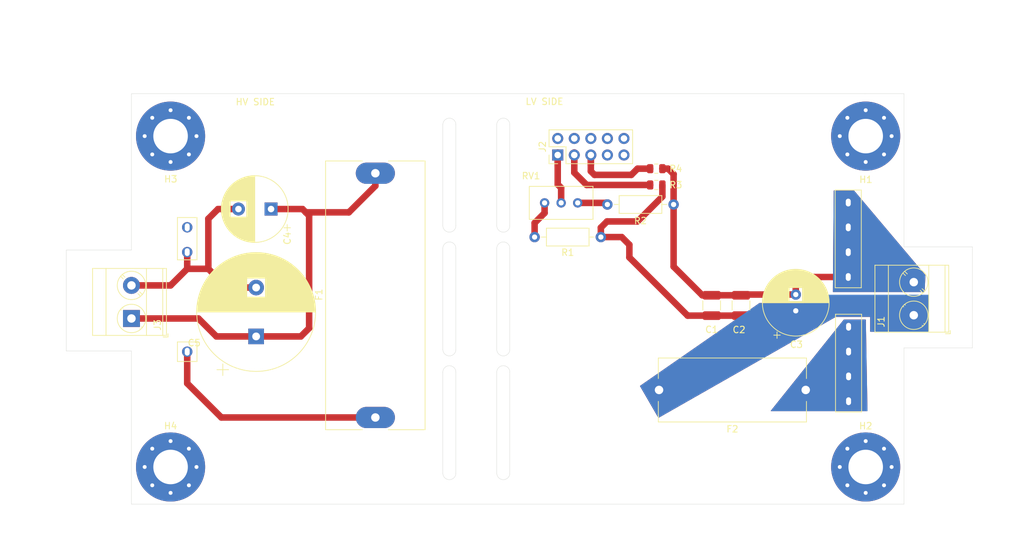
<source format=kicad_pcb>
(kicad_pcb (version 20171130) (host pcbnew "(5.1.9)-1")

  (general
    (thickness 1.6)
    (drawings 59)
    (tracks 97)
    (zones 0)
    (modules 23)
    (nets 24)
  )

  (page A4)
  (layers
    (0 F.Cu signal)
    (31 B.Cu signal)
    (32 B.Adhes user)
    (33 F.Adhes user)
    (34 B.Paste user)
    (35 F.Paste user)
    (36 B.SilkS user)
    (37 F.SilkS user)
    (38 B.Mask user)
    (39 F.Mask user)
    (40 Dwgs.User user)
    (41 Cmts.User user)
    (42 Eco1.User user)
    (43 Eco2.User user)
    (44 Edge.Cuts user)
    (45 Margin user)
    (46 B.CrtYd user)
    (47 F.CrtYd user)
    (48 B.Fab user)
    (49 F.Fab user hide)
  )

  (setup
    (last_trace_width 6)
    (user_trace_width 0.5)
    (user_trace_width 1)
    (user_trace_width 6)
    (user_trace_width 13)
    (trace_clearance 0.2)
    (zone_clearance 0.508)
    (zone_45_only no)
    (trace_min 0.2)
    (via_size 0.8)
    (via_drill 0.4)
    (via_min_size 0.4)
    (via_min_drill 0.3)
    (uvia_size 0.3)
    (uvia_drill 0.1)
    (uvias_allowed no)
    (uvia_min_size 0.2)
    (uvia_min_drill 0.1)
    (edge_width 0.05)
    (segment_width 0.2)
    (pcb_text_width 0.3)
    (pcb_text_size 1.5 1.5)
    (mod_edge_width 0.12)
    (mod_text_size 1 1)
    (mod_text_width 0.15)
    (pad_size 6.4 6.4)
    (pad_drill 3.2)
    (pad_to_mask_clearance 0)
    (aux_axis_origin 0 0)
    (visible_elements 7FFFFFFF)
    (pcbplotparams
      (layerselection 0x010fc_ffffffff)
      (usegerberextensions false)
      (usegerberattributes true)
      (usegerberadvancedattributes true)
      (creategerberjobfile true)
      (excludeedgelayer true)
      (linewidth 0.100000)
      (plotframeref false)
      (viasonmask false)
      (mode 1)
      (useauxorigin false)
      (hpglpennumber 1)
      (hpglpenspeed 20)
      (hpglpendiameter 15.000000)
      (psnegative false)
      (psa4output false)
      (plotreference true)
      (plotvalue true)
      (plotinvisibletext false)
      (padsonsilk false)
      (subtractmaskfromsilk false)
      (outputformat 1)
      (mirror false)
      (drillshape 1)
      (scaleselection 1)
      (outputdirectory ""))
  )

  (net 0 "")
  (net 1 Sense-)
  (net 2 Sense+)
  (net 3 TR)
  (net 4 "Net-(H3-Pad1)")
  (net 5 "Net-(H4-Pad1)")
  (net 6 "Net-(H1-Pad1)")
  (net 7 "Net-(H2-Pad1)")
  (net 8 "Net-(J2-Pad10)")
  (net 9 "Net-(J2-Pad9)")
  (net 10 "Net-(J2-Pad8)")
  (net 11 "Net-(J2-Pad7)")
  (net 12 "Net-(J2-Pad6)")
  (net 13 "Net-(J2-Pad4)")
  (net 14 "Net-(J2-Pad2)")
  (net 15 VSS)
  (net 16 VDD)
  (net 17 "Net-(R1-Pad2)")
  (net 18 "Net-(R2-Pad1)")
  (net 19 HV-)
  (net 20 HV+)
  (net 21 "Net-(J7-Pad1)")
  (net 22 "Net-(F1-Pad1)")
  (net 23 "Net-(F2-Pad1)")

  (net_class Default "This is the default net class."
    (clearance 0.2)
    (trace_width 0.25)
    (via_dia 0.8)
    (via_drill 0.4)
    (uvia_dia 0.3)
    (uvia_drill 0.1)
    (add_net HV+)
    (add_net HV-)
    (add_net "Net-(F1-Pad1)")
    (add_net "Net-(F2-Pad1)")
    (add_net "Net-(H1-Pad1)")
    (add_net "Net-(H2-Pad1)")
    (add_net "Net-(H3-Pad1)")
    (add_net "Net-(H4-Pad1)")
    (add_net "Net-(J2-Pad10)")
    (add_net "Net-(J2-Pad2)")
    (add_net "Net-(J2-Pad4)")
    (add_net "Net-(J2-Pad6)")
    (add_net "Net-(J2-Pad7)")
    (add_net "Net-(J2-Pad8)")
    (add_net "Net-(J2-Pad9)")
    (add_net "Net-(J7-Pad1)")
    (add_net "Net-(R1-Pad2)")
    (add_net "Net-(R2-Pad1)")
    (add_net Sense+)
    (add_net Sense-)
    (add_net TR)
    (add_net VDD)
    (add_net VSS)
  )

  (module Fuse:Fuseholder_Cylinder-6.3x32mm_Schurter_0031-8002_Horizontal_Open (layer F.Cu) (tedit 5C3CC955) (tstamp 60BEE962)
    (at 121.412 139.7 90)
    (descr "Fuseholder, horizontal, open, 6.3x32, Schurter, 0031.8002, https://www.schurter.com/en/datasheet/typ_OG__Holder__6.3x32.pdf")
    (tags "Fuseholder horizontal open 6.3x32 Schurter 0031.8002")
    (path /60BF1706)
    (fp_text reference F1 (at 18.85 -8.65 90) (layer F.SilkS)
      (effects (font (size 1 1) (thickness 0.15)))
    )
    (fp_text value Fuse (at 18.95 8.8 90) (layer F.Fab)
      (effects (font (size 1 1) (thickness 0.15)))
    )
    (fp_line (start 40.75 7.75) (end -3.25 7.75) (layer F.CrtYd) (width 0.05))
    (fp_line (start 40.75 7.75) (end 40.75 -7.75) (layer F.CrtYd) (width 0.05))
    (fp_line (start -3.25 -7.75) (end -3.25 7.75) (layer F.CrtYd) (width 0.05))
    (fp_line (start -3.25 -7.75) (end 40.75 -7.75) (layer F.CrtYd) (width 0.05))
    (fp_line (start -1.88 -7.63) (end 39.38 -7.63) (layer F.SilkS) (width 0.12))
    (fp_line (start 39.38 7.63) (end -1.88 7.63) (layer F.SilkS) (width 0.12))
    (fp_line (start 39.38 -7.63) (end 39.38 -2) (layer F.SilkS) (width 0.12))
    (fp_line (start 39.38 2) (end 39.38 7.63) (layer F.SilkS) (width 0.12))
    (fp_line (start -1.88 -7.63) (end -1.88 -2) (layer F.SilkS) (width 0.12))
    (fp_line (start -1.88 2) (end -1.88 7.63) (layer F.SilkS) (width 0.12))
    (fp_line (start -1.75 -7.5) (end -1.75 7.5) (layer F.Fab) (width 0.1))
    (fp_line (start 39.25 -7.5) (end -1.75 -7.5) (layer F.Fab) (width 0.1))
    (fp_line (start 39.25 7.5) (end 39.25 -7.5) (layer F.Fab) (width 0.1))
    (fp_line (start -1.75 7.5) (end 39.25 7.5) (layer F.Fab) (width 0.1))
    (fp_text user %R (at 19.5 6.5 90) (layer F.Fab)
      (effects (font (size 1 1) (thickness 0.15)))
    )
    (pad 1 thru_hole oval (at 0 0 90) (size 3.25 6) (drill 1.3) (layers *.Cu *.Mask)
      (net 22 "Net-(F1-Pad1)"))
    (pad 2 thru_hole oval (at 37.5 0 90) (size 3.25 6) (drill 1.3) (layers *.Cu *.Mask)
      (net 20 HV+))
    (pad "" np_thru_hole circle (at 18.75 0 90) (size 3.2 3.2) (drill 3.2) (layers *.Cu *.Mask))
    (model ${KISYS3DMOD}/Fuse.3dshapes/Fuseholder_Cylinder-6.3x32mm_Schurter_0031-8002_Horizontal_Open.wrl
      (at (xyz 0 0 0))
      (scale (xyz 1 1 1))
      (rotate (xyz 0 0 0))
    )
  )

  (module Potentiometer_THT:Potentiometer_Bourns_3296W_Vertical (layer F.Cu) (tedit 5A3D4994) (tstamp 60909014)
    (at 152.45 106.75)
    (descr "Potentiometer, vertical, Bourns 3296W, https://www.bourns.com/pdfs/3296.pdf")
    (tags "Potentiometer vertical Bourns 3296W")
    (path /60908837)
    (fp_text reference RV1 (at -7.162 -4.134) (layer F.SilkS)
      (effects (font (size 1 1) (thickness 0.15)))
    )
    (fp_text value 18k (at -2.54 3.67) (layer F.Fab)
      (effects (font (size 1 1) (thickness 0.15)))
    )
    (fp_circle (center 0.955 1.15) (end 2.05 1.15) (layer F.Fab) (width 0.1))
    (fp_line (start -7.305 -2.41) (end -7.305 2.42) (layer F.Fab) (width 0.1))
    (fp_line (start -7.305 2.42) (end 2.225 2.42) (layer F.Fab) (width 0.1))
    (fp_line (start 2.225 2.42) (end 2.225 -2.41) (layer F.Fab) (width 0.1))
    (fp_line (start 2.225 -2.41) (end -7.305 -2.41) (layer F.Fab) (width 0.1))
    (fp_line (start 0.955 2.235) (end 0.956 0.066) (layer F.Fab) (width 0.1))
    (fp_line (start 0.955 2.235) (end 0.956 0.066) (layer F.Fab) (width 0.1))
    (fp_line (start -7.425 -2.53) (end 2.345 -2.53) (layer F.SilkS) (width 0.12))
    (fp_line (start -7.425 2.54) (end 2.345 2.54) (layer F.SilkS) (width 0.12))
    (fp_line (start -7.425 -2.53) (end -7.425 2.54) (layer F.SilkS) (width 0.12))
    (fp_line (start 2.345 -2.53) (end 2.345 2.54) (layer F.SilkS) (width 0.12))
    (fp_line (start -7.6 -2.7) (end -7.6 2.7) (layer F.CrtYd) (width 0.05))
    (fp_line (start -7.6 2.7) (end 2.5 2.7) (layer F.CrtYd) (width 0.05))
    (fp_line (start 2.5 2.7) (end 2.5 -2.7) (layer F.CrtYd) (width 0.05))
    (fp_line (start 2.5 -2.7) (end -7.6 -2.7) (layer F.CrtYd) (width 0.05))
    (fp_text user %R (at -3.175 0.005) (layer F.Fab)
      (effects (font (size 1 1) (thickness 0.15)))
    )
    (pad 3 thru_hole circle (at -5.08 0) (size 1.44 1.44) (drill 0.8) (layers *.Cu *.Mask)
      (net 17 "Net-(R1-Pad2)"))
    (pad 2 thru_hole circle (at -2.54 0) (size 1.44 1.44) (drill 0.8) (layers *.Cu *.Mask)
      (net 3 TR))
    (pad 1 thru_hole circle (at 0 0) (size 1.44 1.44) (drill 0.8) (layers *.Cu *.Mask)
      (net 18 "Net-(R2-Pad1)"))
    (model ${KISYS3DMOD}/Potentiometer_THT.3dshapes/Potentiometer_Bourns_3296W_Vertical.wrl
      (at (xyz 0 0 0))
      (scale (xyz 1 1 1))
      (rotate (xyz 0 0 0))
    )
  )

  (module Fuse:Fuseholder_Cylinder-5x20mm_Schurter_0031_8201_Horizontal_Open (layer F.Cu) (tedit 5D717D34) (tstamp 60BEE978)
    (at 187.425 135.475 180)
    (descr "Fuseholder horizontal open, 5x20mm, 500V, 16A, Schurter 0031.8201, https://us.schurter.com/bundles/snceschurter/epim/_ProdPool_/newDS/en/typ_OGN.pdf")
    (tags "Fuseholder horizontal open 5x20 Schurter 0031.8201")
    (path /60BEA96E)
    (fp_text reference F2 (at 11.25 -6) (layer F.SilkS)
      (effects (font (size 1 1) (thickness 0.15)))
    )
    (fp_text value Fuse (at 11.25 6) (layer F.Fab)
      (effects (font (size 1 1) (thickness 0.15)))
    )
    (fp_line (start -0.11 4.91) (end -0.11 1.75) (layer F.SilkS) (width 0.12))
    (fp_line (start 24.25 -5.05) (end 24.25 5.05) (layer F.CrtYd) (width 0.05))
    (fp_line (start -0.11 4.91) (end 22.61 4.91) (layer F.SilkS) (width 0.12))
    (fp_line (start -1.75 -5.05) (end 24.25 -5.05) (layer F.CrtYd) (width 0.05))
    (fp_line (start 24.25 5.05) (end -1.75 5.05) (layer F.CrtYd) (width 0.05))
    (fp_line (start -0.11 -4.91) (end 22.61 -4.91) (layer F.SilkS) (width 0.12))
    (fp_line (start -0.11 -1.75) (end -0.11 -4.91) (layer F.SilkS) (width 0.12))
    (fp_line (start 22.61 -1.75) (end 22.61 -4.91) (layer F.SilkS) (width 0.12))
    (fp_line (start 22.61 4.91) (end 22.61 1.75) (layer F.SilkS) (width 0.12))
    (fp_line (start -1.75 5.05) (end -1.75 -5.05) (layer F.CrtYd) (width 0.05))
    (fp_line (start 22.5 -4.8) (end 0 -4.8) (layer F.Fab) (width 0.1))
    (fp_line (start 22.5 4.8) (end 22.5 -4.8) (layer F.Fab) (width 0.1))
    (fp_line (start 0 4.8) (end 22.5 4.8) (layer F.Fab) (width 0.1))
    (fp_line (start 0 -4.8) (end 0 4.8) (layer F.Fab) (width 0.1))
    (fp_text user %R (at 11.25 4) (layer F.Fab)
      (effects (font (size 1 1) (thickness 0.15)))
    )
    (pad "" np_thru_hole circle (at 11.25 0 180) (size 2.7 2.7) (drill 2.7) (layers *.Cu *.Mask))
    (pad 2 thru_hole circle (at 22.5 0 180) (size 3 3) (drill 1.3) (layers *.Cu *.Mask)
      (net 16 VDD))
    (pad 1 thru_hole circle (at 0 0 180) (size 3 3) (drill 1.3) (layers *.Cu *.Mask)
      (net 23 "Net-(F2-Pad1)"))
    (model ${KISYS3DMOD}/Fuse.3dshapes/Fuseholder_Cylinder-5x20mm_Schurter_0031_8201_Horizontal_Open.wrl
      (at (xyz 0 0 0))
      (scale (xyz 1 1 1))
      (rotate (xyz 0 0 0))
    )
  )

  (module MountingHole:MountingHole_5.3mm_M5_Pad_Via (layer F.Cu) (tedit 56DDC708) (tstamp 60BA4E53)
    (at 196.625 147.3)
    (descr "Mounting Hole 5.3mm, M5")
    (tags "mounting hole 5.3mm m5")
    (path /607F97D8)
    (attr virtual)
    (fp_text reference H2 (at 0 -6.3) (layer F.SilkS)
      (effects (font (size 1 1) (thickness 0.15)))
    )
    (fp_text value MountingHole_Pad (at 0 6.3) (layer F.Fab)
      (effects (font (size 1 1) (thickness 0.15)))
    )
    (fp_circle (center 0 0) (end 5.3 0) (layer Cmts.User) (width 0.15))
    (fp_circle (center 0 0) (end 5.55 0) (layer F.CrtYd) (width 0.05))
    (fp_text user %R (at 0.3 0) (layer F.Fab)
      (effects (font (size 1 1) (thickness 0.15)))
    )
    (pad 1 thru_hole circle (at 2.810749 -2.810749) (size 0.9 0.9) (drill 0.6) (layers *.Cu *.Mask)
      (net 7 "Net-(H2-Pad1)"))
    (pad 1 thru_hole circle (at 0 -3.975) (size 0.9 0.9) (drill 0.6) (layers *.Cu *.Mask)
      (net 7 "Net-(H2-Pad1)"))
    (pad 1 thru_hole circle (at -2.810749 -2.810749) (size 0.9 0.9) (drill 0.6) (layers *.Cu *.Mask)
      (net 7 "Net-(H2-Pad1)"))
    (pad 1 thru_hole circle (at -3.975 0) (size 0.9 0.9) (drill 0.6) (layers *.Cu *.Mask)
      (net 7 "Net-(H2-Pad1)"))
    (pad 1 thru_hole circle (at -2.810749 2.810749) (size 0.9 0.9) (drill 0.6) (layers *.Cu *.Mask)
      (net 7 "Net-(H2-Pad1)"))
    (pad 1 thru_hole circle (at 0 3.975) (size 0.9 0.9) (drill 0.6) (layers *.Cu *.Mask)
      (net 7 "Net-(H2-Pad1)"))
    (pad 1 thru_hole circle (at 2.810749 2.810749) (size 0.9 0.9) (drill 0.6) (layers *.Cu *.Mask)
      (net 7 "Net-(H2-Pad1)"))
    (pad 1 thru_hole circle (at 3.975 0) (size 0.9 0.9) (drill 0.6) (layers *.Cu *.Mask)
      (net 7 "Net-(H2-Pad1)"))
    (pad 1 thru_hole circle (at 0 0) (size 10.6 10.6) (drill 5.3) (layers *.Cu *.Mask)
      (net 7 "Net-(H2-Pad1)"))
  )

  (module MountingHole:MountingHole_5.3mm_M5_Pad_Via (layer F.Cu) (tedit 56DDC708) (tstamp 60AE7339)
    (at 90 147.3)
    (descr "Mounting Hole 5.3mm, M5")
    (tags "mounting hole 5.3mm m5")
    (path /60AE5F9A)
    (attr virtual)
    (fp_text reference H4 (at 0 -6.3) (layer F.SilkS)
      (effects (font (size 1 1) (thickness 0.15)))
    )
    (fp_text value MountingHole_Pad (at 0 6.3) (layer F.Fab)
      (effects (font (size 1 1) (thickness 0.15)))
    )
    (fp_circle (center 0 0) (end 5.3 0) (layer Cmts.User) (width 0.15))
    (fp_circle (center 0 0) (end 5.55 0) (layer F.CrtYd) (width 0.05))
    (fp_text user %R (at 0.3 0) (layer F.Fab)
      (effects (font (size 1 1) (thickness 0.15)))
    )
    (pad 1 thru_hole circle (at 2.810749 -2.810749) (size 0.9 0.9) (drill 0.6) (layers *.Cu *.Mask)
      (net 5 "Net-(H4-Pad1)"))
    (pad 1 thru_hole circle (at 0 -3.975) (size 0.9 0.9) (drill 0.6) (layers *.Cu *.Mask)
      (net 5 "Net-(H4-Pad1)"))
    (pad 1 thru_hole circle (at -2.810749 -2.810749) (size 0.9 0.9) (drill 0.6) (layers *.Cu *.Mask)
      (net 5 "Net-(H4-Pad1)"))
    (pad 1 thru_hole circle (at -3.975 0) (size 0.9 0.9) (drill 0.6) (layers *.Cu *.Mask)
      (net 5 "Net-(H4-Pad1)"))
    (pad 1 thru_hole circle (at -2.810749 2.810749) (size 0.9 0.9) (drill 0.6) (layers *.Cu *.Mask)
      (net 5 "Net-(H4-Pad1)"))
    (pad 1 thru_hole circle (at 0 3.975) (size 0.9 0.9) (drill 0.6) (layers *.Cu *.Mask)
      (net 5 "Net-(H4-Pad1)"))
    (pad 1 thru_hole circle (at 2.810749 2.810749) (size 0.9 0.9) (drill 0.6) (layers *.Cu *.Mask)
      (net 5 "Net-(H4-Pad1)"))
    (pad 1 thru_hole circle (at 3.975 0) (size 0.9 0.9) (drill 0.6) (layers *.Cu *.Mask)
      (net 5 "Net-(H4-Pad1)"))
    (pad 1 thru_hole circle (at 0 0) (size 10.6 10.6) (drill 5.3) (layers *.Cu *.Mask)
      (net 5 "Net-(H4-Pad1)"))
  )

  (module Connector_PinHeader_2.54mm:PinHeader_2x05_P2.54mm_Vertical (layer F.Cu) (tedit 59FED5CC) (tstamp 60B6EB6E)
    (at 149.385 99.4 90)
    (descr "Through hole straight pin header, 2x05, 2.54mm pitch, double rows")
    (tags "Through hole pin header THT 2x05 2.54mm double row")
    (path /60B69D24)
    (fp_text reference J2 (at 1.27 -2.33 90) (layer F.SilkS)
      (effects (font (size 1 1) (thickness 0.15)))
    )
    (fp_text value Conn_02x05_Odd_Even (at 1.27 12.49 90) (layer F.Fab)
      (effects (font (size 1 1) (thickness 0.15)))
    )
    (fp_line (start 0 -1.27) (end 3.81 -1.27) (layer F.Fab) (width 0.1))
    (fp_line (start 3.81 -1.27) (end 3.81 11.43) (layer F.Fab) (width 0.1))
    (fp_line (start 3.81 11.43) (end -1.27 11.43) (layer F.Fab) (width 0.1))
    (fp_line (start -1.27 11.43) (end -1.27 0) (layer F.Fab) (width 0.1))
    (fp_line (start -1.27 0) (end 0 -1.27) (layer F.Fab) (width 0.1))
    (fp_line (start -1.33 11.49) (end 3.87 11.49) (layer F.SilkS) (width 0.12))
    (fp_line (start -1.33 1.27) (end -1.33 11.49) (layer F.SilkS) (width 0.12))
    (fp_line (start 3.87 -1.33) (end 3.87 11.49) (layer F.SilkS) (width 0.12))
    (fp_line (start -1.33 1.27) (end 1.27 1.27) (layer F.SilkS) (width 0.12))
    (fp_line (start 1.27 1.27) (end 1.27 -1.33) (layer F.SilkS) (width 0.12))
    (fp_line (start 1.27 -1.33) (end 3.87 -1.33) (layer F.SilkS) (width 0.12))
    (fp_line (start -1.33 0) (end -1.33 -1.33) (layer F.SilkS) (width 0.12))
    (fp_line (start -1.33 -1.33) (end 0 -1.33) (layer F.SilkS) (width 0.12))
    (fp_line (start -1.8 -1.8) (end -1.8 11.95) (layer F.CrtYd) (width 0.05))
    (fp_line (start -1.8 11.95) (end 4.35 11.95) (layer F.CrtYd) (width 0.05))
    (fp_line (start 4.35 11.95) (end 4.35 -1.8) (layer F.CrtYd) (width 0.05))
    (fp_line (start 4.35 -1.8) (end -1.8 -1.8) (layer F.CrtYd) (width 0.05))
    (fp_text user %R (at 1.27 5.08) (layer F.Fab)
      (effects (font (size 1 1) (thickness 0.15)))
    )
    (pad 10 thru_hole oval (at 2.54 10.16 90) (size 1.7 1.7) (drill 1) (layers *.Cu *.Mask)
      (net 8 "Net-(J2-Pad10)"))
    (pad 9 thru_hole oval (at 0 10.16 90) (size 1.7 1.7) (drill 1) (layers *.Cu *.Mask)
      (net 9 "Net-(J2-Pad9)"))
    (pad 8 thru_hole oval (at 2.54 7.62 90) (size 1.7 1.7) (drill 1) (layers *.Cu *.Mask)
      (net 10 "Net-(J2-Pad8)"))
    (pad 7 thru_hole oval (at 0 7.62 90) (size 1.7 1.7) (drill 1) (layers *.Cu *.Mask)
      (net 11 "Net-(J2-Pad7)"))
    (pad 6 thru_hole oval (at 2.54 5.08 90) (size 1.7 1.7) (drill 1) (layers *.Cu *.Mask)
      (net 12 "Net-(J2-Pad6)"))
    (pad 5 thru_hole oval (at 0 5.08 90) (size 1.7 1.7) (drill 1) (layers *.Cu *.Mask)
      (net 1 Sense-))
    (pad 4 thru_hole oval (at 2.54 2.54 90) (size 1.7 1.7) (drill 1) (layers *.Cu *.Mask)
      (net 13 "Net-(J2-Pad4)"))
    (pad 3 thru_hole oval (at 0 2.54 90) (size 1.7 1.7) (drill 1) (layers *.Cu *.Mask)
      (net 2 Sense+))
    (pad 2 thru_hole oval (at 2.54 0 90) (size 1.7 1.7) (drill 1) (layers *.Cu *.Mask)
      (net 14 "Net-(J2-Pad2)"))
    (pad 1 thru_hole rect (at 0 0 90) (size 1.7 1.7) (drill 1) (layers *.Cu *.Mask)
      (net 3 TR))
    (model ${KISYS3DMOD}/Connector_PinHeader_2.54mm.3dshapes/PinHeader_2x05_P2.54mm_Vertical.wrl
      (at (xyz 0 0 0))
      (scale (xyz 1 1 1))
      (rotate (xyz 0 0 0))
    )
  )

  (module MountingHole:MountingHole_5.3mm_M5_Pad_Via (layer F.Cu) (tedit 56DDC708) (tstamp 60BA4CBA)
    (at 90 96.5)
    (descr "Mounting Hole 5.3mm, M5")
    (tags "mounting hole 5.3mm m5")
    (path /60AE6D93)
    (attr virtual)
    (fp_text reference H3 (at 0.025 6.6) (layer F.SilkS)
      (effects (font (size 1 1) (thickness 0.15)))
    )
    (fp_text value MountingHole_Pad (at 0 6.3) (layer F.Fab)
      (effects (font (size 1 1) (thickness 0.15)))
    )
    (fp_circle (center 0 0) (end 5.3 0) (layer Cmts.User) (width 0.15))
    (fp_circle (center 0 0) (end 5.55 0) (layer F.CrtYd) (width 0.05))
    (fp_text user %R (at 0.3 0) (layer F.Fab)
      (effects (font (size 1 1) (thickness 0.15)))
    )
    (pad 1 thru_hole circle (at 2.810749 -2.810749) (size 0.9 0.9) (drill 0.6) (layers *.Cu *.Mask)
      (net 4 "Net-(H3-Pad1)"))
    (pad 1 thru_hole circle (at 0 -3.975) (size 0.9 0.9) (drill 0.6) (layers *.Cu *.Mask)
      (net 4 "Net-(H3-Pad1)"))
    (pad 1 thru_hole circle (at -2.810749 -2.810749) (size 0.9 0.9) (drill 0.6) (layers *.Cu *.Mask)
      (net 4 "Net-(H3-Pad1)"))
    (pad 1 thru_hole circle (at -3.975 0) (size 0.9 0.9) (drill 0.6) (layers *.Cu *.Mask)
      (net 4 "Net-(H3-Pad1)"))
    (pad 1 thru_hole circle (at -2.810749 2.810749) (size 0.9 0.9) (drill 0.6) (layers *.Cu *.Mask)
      (net 4 "Net-(H3-Pad1)"))
    (pad 1 thru_hole circle (at 0 3.975) (size 0.9 0.9) (drill 0.6) (layers *.Cu *.Mask)
      (net 4 "Net-(H3-Pad1)"))
    (pad 1 thru_hole circle (at 2.810749 2.810749) (size 0.9 0.9) (drill 0.6) (layers *.Cu *.Mask)
      (net 4 "Net-(H3-Pad1)"))
    (pad 1 thru_hole circle (at 3.975 0) (size 0.9 0.9) (drill 0.6) (layers *.Cu *.Mask)
      (net 4 "Net-(H3-Pad1)"))
    (pad 1 thru_hole circle (at 0 0) (size 10.6 10.6) (drill 5.3) (layers *.Cu *.Mask)
      (net 4 "Net-(H3-Pad1)"))
  )

  (module MountingHole:MountingHole_5.3mm_M5_Pad_Via (layer F.Cu) (tedit 56DDC708) (tstamp 60BA4E16)
    (at 196.625 96.5)
    (descr "Mounting Hole 5.3mm, M5")
    (tags "mounting hole 5.3mm m5")
    (path /607F8F12)
    (attr virtual)
    (fp_text reference H1 (at 0.025 6.675) (layer F.SilkS)
      (effects (font (size 1 1) (thickness 0.15)))
    )
    (fp_text value MountingHole_Pad (at 0 6.3) (layer F.Fab)
      (effects (font (size 1 1) (thickness 0.15)))
    )
    (fp_circle (center 0 0) (end 5.3 0) (layer Cmts.User) (width 0.15))
    (fp_circle (center 0 0) (end 5.55 0) (layer F.CrtYd) (width 0.05))
    (fp_text user %R (at 0.3 0) (layer F.Fab)
      (effects (font (size 1 1) (thickness 0.15)))
    )
    (pad 1 thru_hole circle (at 2.810749 -2.810749) (size 0.9 0.9) (drill 0.6) (layers *.Cu *.Mask)
      (net 6 "Net-(H1-Pad1)"))
    (pad 1 thru_hole circle (at 0 -3.975) (size 0.9 0.9) (drill 0.6) (layers *.Cu *.Mask)
      (net 6 "Net-(H1-Pad1)"))
    (pad 1 thru_hole circle (at -2.810749 -2.810749) (size 0.9 0.9) (drill 0.6) (layers *.Cu *.Mask)
      (net 6 "Net-(H1-Pad1)"))
    (pad 1 thru_hole circle (at -3.975 0) (size 0.9 0.9) (drill 0.6) (layers *.Cu *.Mask)
      (net 6 "Net-(H1-Pad1)"))
    (pad 1 thru_hole circle (at -2.810749 2.810749) (size 0.9 0.9) (drill 0.6) (layers *.Cu *.Mask)
      (net 6 "Net-(H1-Pad1)"))
    (pad 1 thru_hole circle (at 0 3.975) (size 0.9 0.9) (drill 0.6) (layers *.Cu *.Mask)
      (net 6 "Net-(H1-Pad1)"))
    (pad 1 thru_hole circle (at 2.810749 2.810749) (size 0.9 0.9) (drill 0.6) (layers *.Cu *.Mask)
      (net 6 "Net-(H1-Pad1)"))
    (pad 1 thru_hole circle (at 3.975 0) (size 0.9 0.9) (drill 0.6) (layers *.Cu *.Mask)
      (net 6 "Net-(H1-Pad1)"))
    (pad 1 thru_hole circle (at 0 0) (size 10.6 10.6) (drill 5.3) (layers *.Cu *.Mask)
      (net 6 "Net-(H1-Pad1)"))
  )

  (module "DC_DC Converter circuit_DBS:Corsel_DC_DC_01x04" (layer F.Cu) (tedit 60B138B0) (tstamp 60B181FD)
    (at 194 130.85)
    (path /60B183AD)
    (fp_text reference J5 (at 0 10.16) (layer F.SilkS) hide
      (effects (font (size 1 1) (thickness 0.15)))
    )
    (fp_text value DC-DC-CONN-01x04 (at 0 -8.89) (layer F.Fab)
      (effects (font (size 1 1) (thickness 0.15)))
    )
    (fp_line (start 2 -7) (end 2 8) (layer F.SilkS) (width 0.12))
    (fp_line (start -2 8) (end -2 -7) (layer F.SilkS) (width 0.12))
    (fp_line (start 2 -7) (end -2 -7) (layer F.SilkS) (width 0.12))
    (fp_line (start -2 8) (end 2 8) (layer F.SilkS) (width 0.12))
    (pad 4 thru_hole circle (at 0 6.35) (size 1.6 1.6) (drill oval 0.762 1.2) (layers *.Cu *.Mask)
      (net 23 "Net-(F2-Pad1)"))
    (pad 3 thru_hole circle (at 0 2.54) (size 1.6 1.6) (drill oval 0.762 1.2) (layers *.Cu *.Mask)
      (net 23 "Net-(F2-Pad1)"))
    (pad 2 thru_hole circle (at 0 -1.27) (size 1.6 1.6) (drill oval 0.762 1.2) (layers *.Cu *.Mask)
      (net 23 "Net-(F2-Pad1)"))
    (pad 1 thru_hole circle (at 0 -5.08) (size 1.6 1.6) (drill oval 0.762 1.2) (layers *.Cu *.Mask)
      (net 23 "Net-(F2-Pad1)"))
  )

  (module "DC_DC Converter circuit_DBS:corsel_DC_DC_01x02" (layer F.Cu) (tedit 60B1776B) (tstamp 60B1E4DE)
    (at 92.55 111.5)
    (path /60B3D78D)
    (fp_text reference J7 (at 0 5) (layer F.SilkS) hide
      (effects (font (size 1 1) (thickness 0.15)))
    )
    (fp_text value corsel_DC_DC_conn_01x02 (at 0 -4) (layer F.Fab)
      (effects (font (size 1 1) (thickness 0.15)))
    )
    (fp_line (start -1.5 -2.5) (end 1.5 -2.5) (layer F.SilkS) (width 0.12))
    (fp_line (start 1.5 -2.5) (end 1.5 4) (layer F.SilkS) (width 0.12))
    (fp_line (start 1.5 4) (end -1.5 4) (layer F.SilkS) (width 0.12))
    (fp_line (start -1.5 4) (end -1.5 -2.5) (layer F.SilkS) (width 0.12))
    (pad 2 thru_hole circle (at 0 2.81) (size 1.6 1.6) (drill oval 0.762 1.2) (layers *.Cu *.Mask)
      (net 19 HV-))
    (pad 1 thru_hole circle (at 0 -1) (size 1.6 1.6) (drill oval 0.762 1.2) (layers *.Cu *.Mask)
      (net 21 "Net-(J7-Pad1)"))
  )

  (module "DC_DC Converter circuit_DBS:cosel_DC_DC_-01x01" (layer F.Cu) (tedit 60B1779F) (tstamp 60B1E4D4)
    (at 92.55 129.6)
    (path /60B3E331)
    (fp_text reference J6 (at -0.35 2.45) (layer F.SilkS) hide
      (effects (font (size 1 1) (thickness 0.15)))
    )
    (fp_text value corsel_DC_DC_conn_01x01 (at 0 -4) (layer F.Fab)
      (effects (font (size 1 1) (thickness 0.15)))
    )
    (fp_line (start -1.5 -1.5) (end 1.5 -1.5) (layer F.SilkS) (width 0.12))
    (fp_line (start 1.5 -1.5) (end 1.5 1.5) (layer F.SilkS) (width 0.12))
    (fp_line (start 1.5 1.5) (end -1.5 1.5) (layer F.SilkS) (width 0.12))
    (fp_line (start -1.5 1.5) (end -1.5 -1.5) (layer F.SilkS) (width 0.12))
    (pad 1 thru_hole circle (at 0 0) (size 1.6 1.6) (drill oval 0.762 1.2) (layers *.Cu *.Mask)
      (net 22 "Net-(F1-Pad1)"))
  )

  (module "DC_DC Converter circuit_DBS:Corsel_DC_DC_01x04" (layer F.Cu) (tedit 60B138B0) (tstamp 60B19964)
    (at 193.95 111.78)
    (path /60B14130)
    (fp_text reference J4 (at 0 10.16) (layer F.SilkS) hide
      (effects (font (size 1 1) (thickness 0.15)))
    )
    (fp_text value DC-DC-CONN-01x04 (at 0 -8.89) (layer F.Fab)
      (effects (font (size 1 1) (thickness 0.15)))
    )
    (fp_line (start 2 -7) (end 2 8) (layer F.SilkS) (width 0.12))
    (fp_line (start -2 8) (end -2 -7) (layer F.SilkS) (width 0.12))
    (fp_line (start 2 -7) (end -2 -7) (layer F.SilkS) (width 0.12))
    (fp_line (start -2 8) (end 2 8) (layer F.SilkS) (width 0.12))
    (pad 4 thru_hole circle (at 0 6.35) (size 1.6 1.6) (drill oval 0.762 1.2) (layers *.Cu *.Mask)
      (net 15 VSS))
    (pad 3 thru_hole circle (at 0 2.54) (size 1.6 1.6) (drill oval 0.762 1.2) (layers *.Cu *.Mask)
      (net 15 VSS))
    (pad 2 thru_hole circle (at 0 -1.27) (size 1.6 1.6) (drill oval 0.762 1.2) (layers *.Cu *.Mask)
      (net 15 VSS))
    (pad 1 thru_hole circle (at 0 -5.08) (size 1.6 1.6) (drill oval 0.762 1.2) (layers *.Cu *.Mask)
      (net 15 VSS))
  )

  (module TerminalBlock_Phoenix:TerminalBlock_Phoenix_MKDS-3-2-5.08_1x02_P5.08mm_Horizontal (layer F.Cu) (tedit 5B294F11) (tstamp 60AE9EC6)
    (at 84 124.5 90)
    (descr "Terminal Block Phoenix MKDS-3-2-5.08, 2 pins, pitch 5.08mm, size 10.2x11.2mm^2, drill diamater 1.3mm, pad diameter 2.6mm, see http://www.farnell.com/datasheets/2138224.pdf, script-generated using https://github.com/pointhi/kicad-footprint-generator/scripts/TerminalBlock_Phoenix")
    (tags "THT Terminal Block Phoenix MKDS-3-2-5.08 pitch 5.08mm size 10.2x11.2mm^2 drill 1.3mm pad 2.6mm")
    (path /60B1D199)
    (fp_text reference J3 (at -1 4 90) (layer F.SilkS)
      (effects (font (size 1 1) (thickness 0.15)))
    )
    (fp_text value Conn_01x02 (at 2.54 6.36 90) (layer F.Fab)
      (effects (font (size 1 1) (thickness 0.15)))
    )
    (fp_circle (center 0 0) (end 2 0) (layer F.Fab) (width 0.1))
    (fp_circle (center 0 0) (end 2.18 0) (layer F.SilkS) (width 0.12))
    (fp_circle (center 5.08 0) (end 7.08 0) (layer F.Fab) (width 0.1))
    (fp_circle (center 5.08 0) (end 7.26 0) (layer F.SilkS) (width 0.12))
    (fp_line (start -2.54 -5.9) (end 7.62 -5.9) (layer F.Fab) (width 0.1))
    (fp_line (start 7.62 -5.9) (end 7.62 5.3) (layer F.Fab) (width 0.1))
    (fp_line (start 7.62 5.3) (end -2.04 5.3) (layer F.Fab) (width 0.1))
    (fp_line (start -2.04 5.3) (end -2.54 4.8) (layer F.Fab) (width 0.1))
    (fp_line (start -2.54 4.8) (end -2.54 -5.9) (layer F.Fab) (width 0.1))
    (fp_line (start -2.54 4.8) (end 7.62 4.8) (layer F.Fab) (width 0.1))
    (fp_line (start -2.6 4.8) (end 7.68 4.8) (layer F.SilkS) (width 0.12))
    (fp_line (start -2.54 2.3) (end 7.62 2.3) (layer F.Fab) (width 0.1))
    (fp_line (start -2.6 2.3) (end 7.68 2.3) (layer F.SilkS) (width 0.12))
    (fp_line (start -2.54 -3.9) (end 7.62 -3.9) (layer F.Fab) (width 0.1))
    (fp_line (start -2.6 -3.9) (end 7.68 -3.9) (layer F.SilkS) (width 0.12))
    (fp_line (start -2.6 -5.96) (end 7.68 -5.96) (layer F.SilkS) (width 0.12))
    (fp_line (start -2.6 5.36) (end 7.68 5.36) (layer F.SilkS) (width 0.12))
    (fp_line (start -2.6 -5.96) (end -2.6 5.36) (layer F.SilkS) (width 0.12))
    (fp_line (start 7.68 -5.96) (end 7.68 5.36) (layer F.SilkS) (width 0.12))
    (fp_line (start 1.517 -1.273) (end -1.273 1.517) (layer F.Fab) (width 0.1))
    (fp_line (start 1.273 -1.517) (end -1.517 1.273) (layer F.Fab) (width 0.1))
    (fp_line (start 1.654 -1.388) (end 1.547 -1.281) (layer F.SilkS) (width 0.12))
    (fp_line (start -1.282 1.547) (end -1.388 1.654) (layer F.SilkS) (width 0.12))
    (fp_line (start 1.388 -1.654) (end 1.281 -1.547) (layer F.SilkS) (width 0.12))
    (fp_line (start -1.548 1.281) (end -1.654 1.388) (layer F.SilkS) (width 0.12))
    (fp_line (start 6.597 -1.273) (end 3.808 1.517) (layer F.Fab) (width 0.1))
    (fp_line (start 6.353 -1.517) (end 3.564 1.273) (layer F.Fab) (width 0.1))
    (fp_line (start 6.734 -1.388) (end 6.339 -0.992) (layer F.SilkS) (width 0.12))
    (fp_line (start 4.073 1.274) (end 3.693 1.654) (layer F.SilkS) (width 0.12))
    (fp_line (start 6.468 -1.654) (end 6.088 -1.274) (layer F.SilkS) (width 0.12))
    (fp_line (start 3.822 0.992) (end 3.427 1.388) (layer F.SilkS) (width 0.12))
    (fp_line (start -2.84 4.86) (end -2.84 5.6) (layer F.SilkS) (width 0.12))
    (fp_line (start -2.84 5.6) (end -2.34 5.6) (layer F.SilkS) (width 0.12))
    (fp_line (start -3.04 -6.4) (end -3.04 5.8) (layer F.CrtYd) (width 0.05))
    (fp_line (start -3.04 5.8) (end 8.13 5.8) (layer F.CrtYd) (width 0.05))
    (fp_line (start 8.13 5.8) (end 8.13 -6.4) (layer F.CrtYd) (width 0.05))
    (fp_line (start 8.13 -6.4) (end -3.04 -6.4) (layer F.CrtYd) (width 0.05))
    (fp_text user %R (at 2.54 3.1 90) (layer F.Fab)
      (effects (font (size 1 1) (thickness 0.15)))
    )
    (pad 2 thru_hole circle (at 5.08 0 90) (size 2.6 2.6) (drill 1.3) (layers *.Cu *.Mask)
      (net 19 HV-))
    (pad 1 thru_hole rect (at 0 0 90) (size 2.6 2.6) (drill 1.3) (layers *.Cu *.Mask)
      (net 20 HV+))
    (model ${KISYS3DMOD}/TerminalBlock_Phoenix.3dshapes/TerminalBlock_Phoenix_MKDS-3-2-5.08_1x02_P5.08mm_Horizontal.wrl
      (at (xyz 0 0 0))
      (scale (xyz 1 1 1))
      (rotate (xyz 0 0 0))
    )
  )

  (module Capacitor_THT:CP_Radial_D18.0mm_P7.50mm (layer F.Cu) (tedit 5AE50EF1) (tstamp 60BF55FD)
    (at 103.124 127.254 90)
    (descr "CP, Radial series, Radial, pin pitch=7.50mm, , diameter=18mm, Electrolytic Capacitor")
    (tags "CP Radial series Radial pin pitch 7.50mm  diameter 18mm Electrolytic Capacitor")
    (path /60B21C0A)
    (fp_text reference C5 (at -1 -9.5 180) (layer F.SilkS)
      (effects (font (size 1 1) (thickness 0.15)))
    )
    (fp_text value 100u (at 3.75 10.25 90) (layer F.Fab)
      (effects (font (size 1 1) (thickness 0.15)))
    )
    (fp_circle (center 3.75 0) (end 12.75 0) (layer F.Fab) (width 0.1))
    (fp_circle (center 3.75 0) (end 12.87 0) (layer F.SilkS) (width 0.12))
    (fp_circle (center 3.75 0) (end 13 0) (layer F.CrtYd) (width 0.05))
    (fp_line (start -3.987271 -3.9475) (end -2.187271 -3.9475) (layer F.Fab) (width 0.1))
    (fp_line (start -3.087271 -4.8475) (end -3.087271 -3.0475) (layer F.Fab) (width 0.1))
    (fp_line (start 3.75 -9.081) (end 3.75 9.081) (layer F.SilkS) (width 0.12))
    (fp_line (start 3.79 -9.08) (end 3.79 9.08) (layer F.SilkS) (width 0.12))
    (fp_line (start 3.83 -9.08) (end 3.83 9.08) (layer F.SilkS) (width 0.12))
    (fp_line (start 3.87 -9.08) (end 3.87 9.08) (layer F.SilkS) (width 0.12))
    (fp_line (start 3.91 -9.079) (end 3.91 9.079) (layer F.SilkS) (width 0.12))
    (fp_line (start 3.95 -9.078) (end 3.95 9.078) (layer F.SilkS) (width 0.12))
    (fp_line (start 3.99 -9.077) (end 3.99 9.077) (layer F.SilkS) (width 0.12))
    (fp_line (start 4.03 -9.076) (end 4.03 9.076) (layer F.SilkS) (width 0.12))
    (fp_line (start 4.07 -9.075) (end 4.07 9.075) (layer F.SilkS) (width 0.12))
    (fp_line (start 4.11 -9.073) (end 4.11 9.073) (layer F.SilkS) (width 0.12))
    (fp_line (start 4.15 -9.072) (end 4.15 9.072) (layer F.SilkS) (width 0.12))
    (fp_line (start 4.19 -9.07) (end 4.19 9.07) (layer F.SilkS) (width 0.12))
    (fp_line (start 4.23 -9.068) (end 4.23 9.068) (layer F.SilkS) (width 0.12))
    (fp_line (start 4.27 -9.066) (end 4.27 9.066) (layer F.SilkS) (width 0.12))
    (fp_line (start 4.31 -9.063) (end 4.31 9.063) (layer F.SilkS) (width 0.12))
    (fp_line (start 4.35 -9.061) (end 4.35 9.061) (layer F.SilkS) (width 0.12))
    (fp_line (start 4.39 -9.058) (end 4.39 9.058) (layer F.SilkS) (width 0.12))
    (fp_line (start 4.43 -9.055) (end 4.43 9.055) (layer F.SilkS) (width 0.12))
    (fp_line (start 4.471 -9.052) (end 4.471 9.052) (layer F.SilkS) (width 0.12))
    (fp_line (start 4.511 -9.049) (end 4.511 9.049) (layer F.SilkS) (width 0.12))
    (fp_line (start 4.551 -9.045) (end 4.551 9.045) (layer F.SilkS) (width 0.12))
    (fp_line (start 4.591 -9.042) (end 4.591 9.042) (layer F.SilkS) (width 0.12))
    (fp_line (start 4.631 -9.038) (end 4.631 9.038) (layer F.SilkS) (width 0.12))
    (fp_line (start 4.671 -9.034) (end 4.671 9.034) (layer F.SilkS) (width 0.12))
    (fp_line (start 4.711 -9.03) (end 4.711 9.03) (layer F.SilkS) (width 0.12))
    (fp_line (start 4.751 -9.026) (end 4.751 9.026) (layer F.SilkS) (width 0.12))
    (fp_line (start 4.791 -9.021) (end 4.791 9.021) (layer F.SilkS) (width 0.12))
    (fp_line (start 4.831 -9.016) (end 4.831 9.016) (layer F.SilkS) (width 0.12))
    (fp_line (start 4.871 -9.011) (end 4.871 9.011) (layer F.SilkS) (width 0.12))
    (fp_line (start 4.911 -9.006) (end 4.911 9.006) (layer F.SilkS) (width 0.12))
    (fp_line (start 4.951 -9.001) (end 4.951 9.001) (layer F.SilkS) (width 0.12))
    (fp_line (start 4.991 -8.996) (end 4.991 8.996) (layer F.SilkS) (width 0.12))
    (fp_line (start 5.031 -8.99) (end 5.031 8.99) (layer F.SilkS) (width 0.12))
    (fp_line (start 5.071 -8.984) (end 5.071 8.984) (layer F.SilkS) (width 0.12))
    (fp_line (start 5.111 -8.979) (end 5.111 8.979) (layer F.SilkS) (width 0.12))
    (fp_line (start 5.151 -8.972) (end 5.151 8.972) (layer F.SilkS) (width 0.12))
    (fp_line (start 5.191 -8.966) (end 5.191 8.966) (layer F.SilkS) (width 0.12))
    (fp_line (start 5.231 -8.96) (end 5.231 8.96) (layer F.SilkS) (width 0.12))
    (fp_line (start 5.271 -8.953) (end 5.271 8.953) (layer F.SilkS) (width 0.12))
    (fp_line (start 5.311 -8.946) (end 5.311 8.946) (layer F.SilkS) (width 0.12))
    (fp_line (start 5.351 -8.939) (end 5.351 8.939) (layer F.SilkS) (width 0.12))
    (fp_line (start 5.391 -8.932) (end 5.391 8.932) (layer F.SilkS) (width 0.12))
    (fp_line (start 5.431 -8.924) (end 5.431 8.924) (layer F.SilkS) (width 0.12))
    (fp_line (start 5.471 -8.917) (end 5.471 8.917) (layer F.SilkS) (width 0.12))
    (fp_line (start 5.511 -8.909) (end 5.511 8.909) (layer F.SilkS) (width 0.12))
    (fp_line (start 5.551 -8.901) (end 5.551 8.901) (layer F.SilkS) (width 0.12))
    (fp_line (start 5.591 -8.893) (end 5.591 8.893) (layer F.SilkS) (width 0.12))
    (fp_line (start 5.631 -8.885) (end 5.631 8.885) (layer F.SilkS) (width 0.12))
    (fp_line (start 5.671 -8.876) (end 5.671 8.876) (layer F.SilkS) (width 0.12))
    (fp_line (start 5.711 -8.867) (end 5.711 8.867) (layer F.SilkS) (width 0.12))
    (fp_line (start 5.751 -8.858) (end 5.751 8.858) (layer F.SilkS) (width 0.12))
    (fp_line (start 5.791 -8.849) (end 5.791 8.849) (layer F.SilkS) (width 0.12))
    (fp_line (start 5.831 -8.84) (end 5.831 8.84) (layer F.SilkS) (width 0.12))
    (fp_line (start 5.871 -8.831) (end 5.871 8.831) (layer F.SilkS) (width 0.12))
    (fp_line (start 5.911 -8.821) (end 5.911 8.821) (layer F.SilkS) (width 0.12))
    (fp_line (start 5.951 -8.811) (end 5.951 8.811) (layer F.SilkS) (width 0.12))
    (fp_line (start 5.991 -8.801) (end 5.991 8.801) (layer F.SilkS) (width 0.12))
    (fp_line (start 6.031 -8.791) (end 6.031 8.791) (layer F.SilkS) (width 0.12))
    (fp_line (start 6.071 -8.78) (end 6.071 -1.44) (layer F.SilkS) (width 0.12))
    (fp_line (start 6.071 1.44) (end 6.071 8.78) (layer F.SilkS) (width 0.12))
    (fp_line (start 6.111 -8.77) (end 6.111 -1.44) (layer F.SilkS) (width 0.12))
    (fp_line (start 6.111 1.44) (end 6.111 8.77) (layer F.SilkS) (width 0.12))
    (fp_line (start 6.151 -8.759) (end 6.151 -1.44) (layer F.SilkS) (width 0.12))
    (fp_line (start 6.151 1.44) (end 6.151 8.759) (layer F.SilkS) (width 0.12))
    (fp_line (start 6.191 -8.748) (end 6.191 -1.44) (layer F.SilkS) (width 0.12))
    (fp_line (start 6.191 1.44) (end 6.191 8.748) (layer F.SilkS) (width 0.12))
    (fp_line (start 6.231 -8.737) (end 6.231 -1.44) (layer F.SilkS) (width 0.12))
    (fp_line (start 6.231 1.44) (end 6.231 8.737) (layer F.SilkS) (width 0.12))
    (fp_line (start 6.271 -8.725) (end 6.271 -1.44) (layer F.SilkS) (width 0.12))
    (fp_line (start 6.271 1.44) (end 6.271 8.725) (layer F.SilkS) (width 0.12))
    (fp_line (start 6.311 -8.714) (end 6.311 -1.44) (layer F.SilkS) (width 0.12))
    (fp_line (start 6.311 1.44) (end 6.311 8.714) (layer F.SilkS) (width 0.12))
    (fp_line (start 6.351 -8.702) (end 6.351 -1.44) (layer F.SilkS) (width 0.12))
    (fp_line (start 6.351 1.44) (end 6.351 8.702) (layer F.SilkS) (width 0.12))
    (fp_line (start 6.391 -8.69) (end 6.391 -1.44) (layer F.SilkS) (width 0.12))
    (fp_line (start 6.391 1.44) (end 6.391 8.69) (layer F.SilkS) (width 0.12))
    (fp_line (start 6.431 -8.678) (end 6.431 -1.44) (layer F.SilkS) (width 0.12))
    (fp_line (start 6.431 1.44) (end 6.431 8.678) (layer F.SilkS) (width 0.12))
    (fp_line (start 6.471 -8.665) (end 6.471 -1.44) (layer F.SilkS) (width 0.12))
    (fp_line (start 6.471 1.44) (end 6.471 8.665) (layer F.SilkS) (width 0.12))
    (fp_line (start 6.511 -8.653) (end 6.511 -1.44) (layer F.SilkS) (width 0.12))
    (fp_line (start 6.511 1.44) (end 6.511 8.653) (layer F.SilkS) (width 0.12))
    (fp_line (start 6.551 -8.64) (end 6.551 -1.44) (layer F.SilkS) (width 0.12))
    (fp_line (start 6.551 1.44) (end 6.551 8.64) (layer F.SilkS) (width 0.12))
    (fp_line (start 6.591 -8.627) (end 6.591 -1.44) (layer F.SilkS) (width 0.12))
    (fp_line (start 6.591 1.44) (end 6.591 8.627) (layer F.SilkS) (width 0.12))
    (fp_line (start 6.631 -8.614) (end 6.631 -1.44) (layer F.SilkS) (width 0.12))
    (fp_line (start 6.631 1.44) (end 6.631 8.614) (layer F.SilkS) (width 0.12))
    (fp_line (start 6.671 -8.6) (end 6.671 -1.44) (layer F.SilkS) (width 0.12))
    (fp_line (start 6.671 1.44) (end 6.671 8.6) (layer F.SilkS) (width 0.12))
    (fp_line (start 6.711 -8.587) (end 6.711 -1.44) (layer F.SilkS) (width 0.12))
    (fp_line (start 6.711 1.44) (end 6.711 8.587) (layer F.SilkS) (width 0.12))
    (fp_line (start 6.751 -8.573) (end 6.751 -1.44) (layer F.SilkS) (width 0.12))
    (fp_line (start 6.751 1.44) (end 6.751 8.573) (layer F.SilkS) (width 0.12))
    (fp_line (start 6.791 -8.559) (end 6.791 -1.44) (layer F.SilkS) (width 0.12))
    (fp_line (start 6.791 1.44) (end 6.791 8.559) (layer F.SilkS) (width 0.12))
    (fp_line (start 6.831 -8.545) (end 6.831 -1.44) (layer F.SilkS) (width 0.12))
    (fp_line (start 6.831 1.44) (end 6.831 8.545) (layer F.SilkS) (width 0.12))
    (fp_line (start 6.871 -8.53) (end 6.871 -1.44) (layer F.SilkS) (width 0.12))
    (fp_line (start 6.871 1.44) (end 6.871 8.53) (layer F.SilkS) (width 0.12))
    (fp_line (start 6.911 -8.516) (end 6.911 -1.44) (layer F.SilkS) (width 0.12))
    (fp_line (start 6.911 1.44) (end 6.911 8.516) (layer F.SilkS) (width 0.12))
    (fp_line (start 6.951 -8.501) (end 6.951 -1.44) (layer F.SilkS) (width 0.12))
    (fp_line (start 6.951 1.44) (end 6.951 8.501) (layer F.SilkS) (width 0.12))
    (fp_line (start 6.991 -8.486) (end 6.991 -1.44) (layer F.SilkS) (width 0.12))
    (fp_line (start 6.991 1.44) (end 6.991 8.486) (layer F.SilkS) (width 0.12))
    (fp_line (start 7.031 -8.47) (end 7.031 -1.44) (layer F.SilkS) (width 0.12))
    (fp_line (start 7.031 1.44) (end 7.031 8.47) (layer F.SilkS) (width 0.12))
    (fp_line (start 7.071 -8.455) (end 7.071 -1.44) (layer F.SilkS) (width 0.12))
    (fp_line (start 7.071 1.44) (end 7.071 8.455) (layer F.SilkS) (width 0.12))
    (fp_line (start 7.111 -8.439) (end 7.111 -1.44) (layer F.SilkS) (width 0.12))
    (fp_line (start 7.111 1.44) (end 7.111 8.439) (layer F.SilkS) (width 0.12))
    (fp_line (start 7.151 -8.423) (end 7.151 -1.44) (layer F.SilkS) (width 0.12))
    (fp_line (start 7.151 1.44) (end 7.151 8.423) (layer F.SilkS) (width 0.12))
    (fp_line (start 7.191 -8.407) (end 7.191 -1.44) (layer F.SilkS) (width 0.12))
    (fp_line (start 7.191 1.44) (end 7.191 8.407) (layer F.SilkS) (width 0.12))
    (fp_line (start 7.231 -8.39) (end 7.231 -1.44) (layer F.SilkS) (width 0.12))
    (fp_line (start 7.231 1.44) (end 7.231 8.39) (layer F.SilkS) (width 0.12))
    (fp_line (start 7.271 -8.374) (end 7.271 -1.44) (layer F.SilkS) (width 0.12))
    (fp_line (start 7.271 1.44) (end 7.271 8.374) (layer F.SilkS) (width 0.12))
    (fp_line (start 7.311 -8.357) (end 7.311 -1.44) (layer F.SilkS) (width 0.12))
    (fp_line (start 7.311 1.44) (end 7.311 8.357) (layer F.SilkS) (width 0.12))
    (fp_line (start 7.351 -8.34) (end 7.351 -1.44) (layer F.SilkS) (width 0.12))
    (fp_line (start 7.351 1.44) (end 7.351 8.34) (layer F.SilkS) (width 0.12))
    (fp_line (start 7.391 -8.323) (end 7.391 -1.44) (layer F.SilkS) (width 0.12))
    (fp_line (start 7.391 1.44) (end 7.391 8.323) (layer F.SilkS) (width 0.12))
    (fp_line (start 7.431 -8.305) (end 7.431 -1.44) (layer F.SilkS) (width 0.12))
    (fp_line (start 7.431 1.44) (end 7.431 8.305) (layer F.SilkS) (width 0.12))
    (fp_line (start 7.471 -8.287) (end 7.471 -1.44) (layer F.SilkS) (width 0.12))
    (fp_line (start 7.471 1.44) (end 7.471 8.287) (layer F.SilkS) (width 0.12))
    (fp_line (start 7.511 -8.269) (end 7.511 -1.44) (layer F.SilkS) (width 0.12))
    (fp_line (start 7.511 1.44) (end 7.511 8.269) (layer F.SilkS) (width 0.12))
    (fp_line (start 7.551 -8.251) (end 7.551 -1.44) (layer F.SilkS) (width 0.12))
    (fp_line (start 7.551 1.44) (end 7.551 8.251) (layer F.SilkS) (width 0.12))
    (fp_line (start 7.591 -8.233) (end 7.591 -1.44) (layer F.SilkS) (width 0.12))
    (fp_line (start 7.591 1.44) (end 7.591 8.233) (layer F.SilkS) (width 0.12))
    (fp_line (start 7.631 -8.214) (end 7.631 -1.44) (layer F.SilkS) (width 0.12))
    (fp_line (start 7.631 1.44) (end 7.631 8.214) (layer F.SilkS) (width 0.12))
    (fp_line (start 7.671 -8.195) (end 7.671 -1.44) (layer F.SilkS) (width 0.12))
    (fp_line (start 7.671 1.44) (end 7.671 8.195) (layer F.SilkS) (width 0.12))
    (fp_line (start 7.711 -8.176) (end 7.711 -1.44) (layer F.SilkS) (width 0.12))
    (fp_line (start 7.711 1.44) (end 7.711 8.176) (layer F.SilkS) (width 0.12))
    (fp_line (start 7.751 -8.156) (end 7.751 -1.44) (layer F.SilkS) (width 0.12))
    (fp_line (start 7.751 1.44) (end 7.751 8.156) (layer F.SilkS) (width 0.12))
    (fp_line (start 7.791 -8.137) (end 7.791 -1.44) (layer F.SilkS) (width 0.12))
    (fp_line (start 7.791 1.44) (end 7.791 8.137) (layer F.SilkS) (width 0.12))
    (fp_line (start 7.831 -8.117) (end 7.831 -1.44) (layer F.SilkS) (width 0.12))
    (fp_line (start 7.831 1.44) (end 7.831 8.117) (layer F.SilkS) (width 0.12))
    (fp_line (start 7.871 -8.097) (end 7.871 -1.44) (layer F.SilkS) (width 0.12))
    (fp_line (start 7.871 1.44) (end 7.871 8.097) (layer F.SilkS) (width 0.12))
    (fp_line (start 7.911 -8.076) (end 7.911 -1.44) (layer F.SilkS) (width 0.12))
    (fp_line (start 7.911 1.44) (end 7.911 8.076) (layer F.SilkS) (width 0.12))
    (fp_line (start 7.951 -8.056) (end 7.951 -1.44) (layer F.SilkS) (width 0.12))
    (fp_line (start 7.951 1.44) (end 7.951 8.056) (layer F.SilkS) (width 0.12))
    (fp_line (start 7.991 -8.035) (end 7.991 -1.44) (layer F.SilkS) (width 0.12))
    (fp_line (start 7.991 1.44) (end 7.991 8.035) (layer F.SilkS) (width 0.12))
    (fp_line (start 8.031 -8.014) (end 8.031 -1.44) (layer F.SilkS) (width 0.12))
    (fp_line (start 8.031 1.44) (end 8.031 8.014) (layer F.SilkS) (width 0.12))
    (fp_line (start 8.071 -7.992) (end 8.071 -1.44) (layer F.SilkS) (width 0.12))
    (fp_line (start 8.071 1.44) (end 8.071 7.992) (layer F.SilkS) (width 0.12))
    (fp_line (start 8.111 -7.971) (end 8.111 -1.44) (layer F.SilkS) (width 0.12))
    (fp_line (start 8.111 1.44) (end 8.111 7.971) (layer F.SilkS) (width 0.12))
    (fp_line (start 8.151 -7.949) (end 8.151 -1.44) (layer F.SilkS) (width 0.12))
    (fp_line (start 8.151 1.44) (end 8.151 7.949) (layer F.SilkS) (width 0.12))
    (fp_line (start 8.191 -7.927) (end 8.191 -1.44) (layer F.SilkS) (width 0.12))
    (fp_line (start 8.191 1.44) (end 8.191 7.927) (layer F.SilkS) (width 0.12))
    (fp_line (start 8.231 -7.904) (end 8.231 -1.44) (layer F.SilkS) (width 0.12))
    (fp_line (start 8.231 1.44) (end 8.231 7.904) (layer F.SilkS) (width 0.12))
    (fp_line (start 8.271 -7.882) (end 8.271 -1.44) (layer F.SilkS) (width 0.12))
    (fp_line (start 8.271 1.44) (end 8.271 7.882) (layer F.SilkS) (width 0.12))
    (fp_line (start 8.311 -7.859) (end 8.311 -1.44) (layer F.SilkS) (width 0.12))
    (fp_line (start 8.311 1.44) (end 8.311 7.859) (layer F.SilkS) (width 0.12))
    (fp_line (start 8.351 -7.835) (end 8.351 -1.44) (layer F.SilkS) (width 0.12))
    (fp_line (start 8.351 1.44) (end 8.351 7.835) (layer F.SilkS) (width 0.12))
    (fp_line (start 8.391 -7.812) (end 8.391 -1.44) (layer F.SilkS) (width 0.12))
    (fp_line (start 8.391 1.44) (end 8.391 7.812) (layer F.SilkS) (width 0.12))
    (fp_line (start 8.431 -7.788) (end 8.431 -1.44) (layer F.SilkS) (width 0.12))
    (fp_line (start 8.431 1.44) (end 8.431 7.788) (layer F.SilkS) (width 0.12))
    (fp_line (start 8.471 -7.764) (end 8.471 -1.44) (layer F.SilkS) (width 0.12))
    (fp_line (start 8.471 1.44) (end 8.471 7.764) (layer F.SilkS) (width 0.12))
    (fp_line (start 8.511 -7.74) (end 8.511 -1.44) (layer F.SilkS) (width 0.12))
    (fp_line (start 8.511 1.44) (end 8.511 7.74) (layer F.SilkS) (width 0.12))
    (fp_line (start 8.551 -7.715) (end 8.551 -1.44) (layer F.SilkS) (width 0.12))
    (fp_line (start 8.551 1.44) (end 8.551 7.715) (layer F.SilkS) (width 0.12))
    (fp_line (start 8.591 -7.69) (end 8.591 -1.44) (layer F.SilkS) (width 0.12))
    (fp_line (start 8.591 1.44) (end 8.591 7.69) (layer F.SilkS) (width 0.12))
    (fp_line (start 8.631 -7.665) (end 8.631 -1.44) (layer F.SilkS) (width 0.12))
    (fp_line (start 8.631 1.44) (end 8.631 7.665) (layer F.SilkS) (width 0.12))
    (fp_line (start 8.671 -7.64) (end 8.671 -1.44) (layer F.SilkS) (width 0.12))
    (fp_line (start 8.671 1.44) (end 8.671 7.64) (layer F.SilkS) (width 0.12))
    (fp_line (start 8.711 -7.614) (end 8.711 -1.44) (layer F.SilkS) (width 0.12))
    (fp_line (start 8.711 1.44) (end 8.711 7.614) (layer F.SilkS) (width 0.12))
    (fp_line (start 8.751 -7.588) (end 8.751 -1.44) (layer F.SilkS) (width 0.12))
    (fp_line (start 8.751 1.44) (end 8.751 7.588) (layer F.SilkS) (width 0.12))
    (fp_line (start 8.791 -7.561) (end 8.791 -1.44) (layer F.SilkS) (width 0.12))
    (fp_line (start 8.791 1.44) (end 8.791 7.561) (layer F.SilkS) (width 0.12))
    (fp_line (start 8.831 -7.535) (end 8.831 -1.44) (layer F.SilkS) (width 0.12))
    (fp_line (start 8.831 1.44) (end 8.831 7.535) (layer F.SilkS) (width 0.12))
    (fp_line (start 8.871 -7.508) (end 8.871 -1.44) (layer F.SilkS) (width 0.12))
    (fp_line (start 8.871 1.44) (end 8.871 7.508) (layer F.SilkS) (width 0.12))
    (fp_line (start 8.911 -7.48) (end 8.911 -1.44) (layer F.SilkS) (width 0.12))
    (fp_line (start 8.911 1.44) (end 8.911 7.48) (layer F.SilkS) (width 0.12))
    (fp_line (start 8.951 -7.453) (end 8.951 7.453) (layer F.SilkS) (width 0.12))
    (fp_line (start 8.991 -7.425) (end 8.991 7.425) (layer F.SilkS) (width 0.12))
    (fp_line (start 9.031 -7.397) (end 9.031 7.397) (layer F.SilkS) (width 0.12))
    (fp_line (start 9.071 -7.368) (end 9.071 7.368) (layer F.SilkS) (width 0.12))
    (fp_line (start 9.111 -7.339) (end 9.111 7.339) (layer F.SilkS) (width 0.12))
    (fp_line (start 9.151 -7.31) (end 9.151 7.31) (layer F.SilkS) (width 0.12))
    (fp_line (start 9.191 -7.28) (end 9.191 7.28) (layer F.SilkS) (width 0.12))
    (fp_line (start 9.231 -7.25) (end 9.231 7.25) (layer F.SilkS) (width 0.12))
    (fp_line (start 9.271 -7.22) (end 9.271 7.22) (layer F.SilkS) (width 0.12))
    (fp_line (start 9.311 -7.19) (end 9.311 7.19) (layer F.SilkS) (width 0.12))
    (fp_line (start 9.351 -7.159) (end 9.351 7.159) (layer F.SilkS) (width 0.12))
    (fp_line (start 9.391 -7.127) (end 9.391 7.127) (layer F.SilkS) (width 0.12))
    (fp_line (start 9.431 -7.096) (end 9.431 7.096) (layer F.SilkS) (width 0.12))
    (fp_line (start 9.471 -7.064) (end 9.471 7.064) (layer F.SilkS) (width 0.12))
    (fp_line (start 9.511 -7.031) (end 9.511 7.031) (layer F.SilkS) (width 0.12))
    (fp_line (start 9.551 -6.999) (end 9.551 6.999) (layer F.SilkS) (width 0.12))
    (fp_line (start 9.591 -6.965) (end 9.591 6.965) (layer F.SilkS) (width 0.12))
    (fp_line (start 9.631 -6.932) (end 9.631 6.932) (layer F.SilkS) (width 0.12))
    (fp_line (start 9.671 -6.898) (end 9.671 6.898) (layer F.SilkS) (width 0.12))
    (fp_line (start 9.711 -6.864) (end 9.711 6.864) (layer F.SilkS) (width 0.12))
    (fp_line (start 9.751 -6.829) (end 9.751 6.829) (layer F.SilkS) (width 0.12))
    (fp_line (start 9.791 -6.794) (end 9.791 6.794) (layer F.SilkS) (width 0.12))
    (fp_line (start 9.831 -6.758) (end 9.831 6.758) (layer F.SilkS) (width 0.12))
    (fp_line (start 9.871 -6.722) (end 9.871 6.722) (layer F.SilkS) (width 0.12))
    (fp_line (start 9.911 -6.686) (end 9.911 6.686) (layer F.SilkS) (width 0.12))
    (fp_line (start 9.951 -6.649) (end 9.951 6.649) (layer F.SilkS) (width 0.12))
    (fp_line (start 9.991 -6.612) (end 9.991 6.612) (layer F.SilkS) (width 0.12))
    (fp_line (start 10.031 -6.574) (end 10.031 6.574) (layer F.SilkS) (width 0.12))
    (fp_line (start 10.071 -6.536) (end 10.071 6.536) (layer F.SilkS) (width 0.12))
    (fp_line (start 10.111 -6.497) (end 10.111 6.497) (layer F.SilkS) (width 0.12))
    (fp_line (start 10.151 -6.458) (end 10.151 6.458) (layer F.SilkS) (width 0.12))
    (fp_line (start 10.191 -6.418) (end 10.191 6.418) (layer F.SilkS) (width 0.12))
    (fp_line (start 10.231 -6.378) (end 10.231 6.378) (layer F.SilkS) (width 0.12))
    (fp_line (start 10.271 -6.337) (end 10.271 6.337) (layer F.SilkS) (width 0.12))
    (fp_line (start 10.311 -6.296) (end 10.311 6.296) (layer F.SilkS) (width 0.12))
    (fp_line (start 10.351 -6.254) (end 10.351 6.254) (layer F.SilkS) (width 0.12))
    (fp_line (start 10.391 -6.212) (end 10.391 6.212) (layer F.SilkS) (width 0.12))
    (fp_line (start 10.431 -6.17) (end 10.431 6.17) (layer F.SilkS) (width 0.12))
    (fp_line (start 10.471 -6.126) (end 10.471 6.126) (layer F.SilkS) (width 0.12))
    (fp_line (start 10.511 -6.082) (end 10.511 6.082) (layer F.SilkS) (width 0.12))
    (fp_line (start 10.551 -6.038) (end 10.551 6.038) (layer F.SilkS) (width 0.12))
    (fp_line (start 10.591 -5.993) (end 10.591 5.993) (layer F.SilkS) (width 0.12))
    (fp_line (start 10.631 -5.947) (end 10.631 5.947) (layer F.SilkS) (width 0.12))
    (fp_line (start 10.671 -5.901) (end 10.671 5.901) (layer F.SilkS) (width 0.12))
    (fp_line (start 10.711 -5.854) (end 10.711 5.854) (layer F.SilkS) (width 0.12))
    (fp_line (start 10.751 -5.806) (end 10.751 5.806) (layer F.SilkS) (width 0.12))
    (fp_line (start 10.791 -5.758) (end 10.791 5.758) (layer F.SilkS) (width 0.12))
    (fp_line (start 10.831 -5.709) (end 10.831 5.709) (layer F.SilkS) (width 0.12))
    (fp_line (start 10.871 -5.66) (end 10.871 5.66) (layer F.SilkS) (width 0.12))
    (fp_line (start 10.911 -5.609) (end 10.911 5.609) (layer F.SilkS) (width 0.12))
    (fp_line (start 10.951 -5.558) (end 10.951 5.558) (layer F.SilkS) (width 0.12))
    (fp_line (start 10.991 -5.506) (end 10.991 5.506) (layer F.SilkS) (width 0.12))
    (fp_line (start 11.031 -5.454) (end 11.031 5.454) (layer F.SilkS) (width 0.12))
    (fp_line (start 11.071 -5.4) (end 11.071 5.4) (layer F.SilkS) (width 0.12))
    (fp_line (start 11.111 -5.346) (end 11.111 5.346) (layer F.SilkS) (width 0.12))
    (fp_line (start 11.151 -5.291) (end 11.151 5.291) (layer F.SilkS) (width 0.12))
    (fp_line (start 11.191 -5.235) (end 11.191 5.235) (layer F.SilkS) (width 0.12))
    (fp_line (start 11.231 -5.178) (end 11.231 5.178) (layer F.SilkS) (width 0.12))
    (fp_line (start 11.271 -5.12) (end 11.271 5.12) (layer F.SilkS) (width 0.12))
    (fp_line (start 11.311 -5.062) (end 11.311 5.062) (layer F.SilkS) (width 0.12))
    (fp_line (start 11.351 -5.002) (end 11.351 5.002) (layer F.SilkS) (width 0.12))
    (fp_line (start 11.391 -4.941) (end 11.391 4.941) (layer F.SilkS) (width 0.12))
    (fp_line (start 11.431 -4.879) (end 11.431 4.879) (layer F.SilkS) (width 0.12))
    (fp_line (start 11.471 -4.816) (end 11.471 4.816) (layer F.SilkS) (width 0.12))
    (fp_line (start 11.511 -4.752) (end 11.511 4.752) (layer F.SilkS) (width 0.12))
    (fp_line (start 11.551 -4.686) (end 11.551 4.686) (layer F.SilkS) (width 0.12))
    (fp_line (start 11.591 -4.62) (end 11.591 4.62) (layer F.SilkS) (width 0.12))
    (fp_line (start 11.631 -4.552) (end 11.631 4.552) (layer F.SilkS) (width 0.12))
    (fp_line (start 11.671 -4.482) (end 11.671 4.482) (layer F.SilkS) (width 0.12))
    (fp_line (start 11.711 -4.412) (end 11.711 4.412) (layer F.SilkS) (width 0.12))
    (fp_line (start 11.751 -4.339) (end 11.751 4.339) (layer F.SilkS) (width 0.12))
    (fp_line (start 11.791 -4.265) (end 11.791 4.265) (layer F.SilkS) (width 0.12))
    (fp_line (start 11.831 -4.19) (end 11.831 4.19) (layer F.SilkS) (width 0.12))
    (fp_line (start 11.871 -4.113) (end 11.871 4.113) (layer F.SilkS) (width 0.12))
    (fp_line (start 11.911 -4.033) (end 11.911 4.033) (layer F.SilkS) (width 0.12))
    (fp_line (start 11.95 -3.952) (end 11.95 3.952) (layer F.SilkS) (width 0.12))
    (fp_line (start 11.99 -3.869) (end 11.99 3.869) (layer F.SilkS) (width 0.12))
    (fp_line (start 12.03 -3.784) (end 12.03 3.784) (layer F.SilkS) (width 0.12))
    (fp_line (start 12.07 -3.696) (end 12.07 3.696) (layer F.SilkS) (width 0.12))
    (fp_line (start 12.11 -3.605) (end 12.11 3.605) (layer F.SilkS) (width 0.12))
    (fp_line (start 12.15 -3.512) (end 12.15 3.512) (layer F.SilkS) (width 0.12))
    (fp_line (start 12.19 -3.416) (end 12.19 3.416) (layer F.SilkS) (width 0.12))
    (fp_line (start 12.23 -3.317) (end 12.23 3.317) (layer F.SilkS) (width 0.12))
    (fp_line (start 12.27 -3.214) (end 12.27 3.214) (layer F.SilkS) (width 0.12))
    (fp_line (start 12.31 -3.107) (end 12.31 3.107) (layer F.SilkS) (width 0.12))
    (fp_line (start 12.35 -2.996) (end 12.35 2.996) (layer F.SilkS) (width 0.12))
    (fp_line (start 12.39 -2.88) (end 12.39 2.88) (layer F.SilkS) (width 0.12))
    (fp_line (start 12.43 -2.759) (end 12.43 2.759) (layer F.SilkS) (width 0.12))
    (fp_line (start 12.47 -2.632) (end 12.47 2.632) (layer F.SilkS) (width 0.12))
    (fp_line (start 12.51 -2.498) (end 12.51 2.498) (layer F.SilkS) (width 0.12))
    (fp_line (start 12.55 -2.355) (end 12.55 2.355) (layer F.SilkS) (width 0.12))
    (fp_line (start 12.59 -2.203) (end 12.59 2.203) (layer F.SilkS) (width 0.12))
    (fp_line (start 12.63 -2.039) (end 12.63 2.039) (layer F.SilkS) (width 0.12))
    (fp_line (start 12.67 -1.86) (end 12.67 1.86) (layer F.SilkS) (width 0.12))
    (fp_line (start 12.71 -1.661) (end 12.71 1.661) (layer F.SilkS) (width 0.12))
    (fp_line (start 12.75 -1.435) (end 12.75 1.435) (layer F.SilkS) (width 0.12))
    (fp_line (start 12.79 -1.166) (end 12.79 1.166) (layer F.SilkS) (width 0.12))
    (fp_line (start 12.83 -0.814) (end 12.83 0.814) (layer F.SilkS) (width 0.12))
    (fp_line (start 12.87 -0.04) (end 12.87 0.04) (layer F.SilkS) (width 0.12))
    (fp_line (start -6.00944 -5.115) (end -4.20944 -5.115) (layer F.SilkS) (width 0.12))
    (fp_line (start -5.10944 -6.015) (end -5.10944 -4.215) (layer F.SilkS) (width 0.12))
    (fp_text user %R (at 3.75 0 90) (layer F.Fab)
      (effects (font (size 1 1) (thickness 0.15)))
    )
    (pad 2 thru_hole circle (at 7.5 0 90) (size 2.4 2.4) (drill 1.2) (layers *.Cu *.Mask)
      (net 19 HV-))
    (pad 1 thru_hole rect (at 0 0 90) (size 2.4 2.4) (drill 1.2) (layers *.Cu *.Mask)
      (net 20 HV+))
    (model ${KISYS3DMOD}/Capacitor_THT.3dshapes/CP_Radial_D18.0mm_P7.50mm.wrl
      (at (xyz 0 0 0))
      (scale (xyz 1 1 1))
      (rotate (xyz 0 0 0))
    )
  )

  (module Capacitor_THT:CP_Radial_D10.0mm_P5.00mm (layer F.Cu) (tedit 5AE50EF1) (tstamp 60AE9C4F)
    (at 105.41 107.696 180)
    (descr "CP, Radial series, Radial, pin pitch=5.00mm, , diameter=10mm, Electrolytic Capacitor")
    (tags "CP Radial series Radial pin pitch 5.00mm  diameter 10mm Electrolytic Capacitor")
    (path /60B2026D)
    (fp_text reference C4 (at -2.5 -4.5 270) (layer F.SilkS)
      (effects (font (size 1 1) (thickness 0.15)))
    )
    (fp_text value 10u (at 2.5 6.25) (layer F.Fab)
      (effects (font (size 1 1) (thickness 0.15)))
    )
    (fp_circle (center 2.5 0) (end 7.5 0) (layer F.Fab) (width 0.1))
    (fp_circle (center 2.5 0) (end 7.62 0) (layer F.SilkS) (width 0.12))
    (fp_circle (center 2.5 0) (end 7.75 0) (layer F.CrtYd) (width 0.05))
    (fp_line (start -1.788861 -2.1875) (end -0.788861 -2.1875) (layer F.Fab) (width 0.1))
    (fp_line (start -1.288861 -2.6875) (end -1.288861 -1.6875) (layer F.Fab) (width 0.1))
    (fp_line (start 2.5 -5.08) (end 2.5 5.08) (layer F.SilkS) (width 0.12))
    (fp_line (start 2.54 -5.08) (end 2.54 5.08) (layer F.SilkS) (width 0.12))
    (fp_line (start 2.58 -5.08) (end 2.58 5.08) (layer F.SilkS) (width 0.12))
    (fp_line (start 2.62 -5.079) (end 2.62 5.079) (layer F.SilkS) (width 0.12))
    (fp_line (start 2.66 -5.078) (end 2.66 5.078) (layer F.SilkS) (width 0.12))
    (fp_line (start 2.7 -5.077) (end 2.7 5.077) (layer F.SilkS) (width 0.12))
    (fp_line (start 2.74 -5.075) (end 2.74 5.075) (layer F.SilkS) (width 0.12))
    (fp_line (start 2.78 -5.073) (end 2.78 5.073) (layer F.SilkS) (width 0.12))
    (fp_line (start 2.82 -5.07) (end 2.82 5.07) (layer F.SilkS) (width 0.12))
    (fp_line (start 2.86 -5.068) (end 2.86 5.068) (layer F.SilkS) (width 0.12))
    (fp_line (start 2.9 -5.065) (end 2.9 5.065) (layer F.SilkS) (width 0.12))
    (fp_line (start 2.94 -5.062) (end 2.94 5.062) (layer F.SilkS) (width 0.12))
    (fp_line (start 2.98 -5.058) (end 2.98 5.058) (layer F.SilkS) (width 0.12))
    (fp_line (start 3.02 -5.054) (end 3.02 5.054) (layer F.SilkS) (width 0.12))
    (fp_line (start 3.06 -5.05) (end 3.06 5.05) (layer F.SilkS) (width 0.12))
    (fp_line (start 3.1 -5.045) (end 3.1 5.045) (layer F.SilkS) (width 0.12))
    (fp_line (start 3.14 -5.04) (end 3.14 5.04) (layer F.SilkS) (width 0.12))
    (fp_line (start 3.18 -5.035) (end 3.18 5.035) (layer F.SilkS) (width 0.12))
    (fp_line (start 3.221 -5.03) (end 3.221 5.03) (layer F.SilkS) (width 0.12))
    (fp_line (start 3.261 -5.024) (end 3.261 5.024) (layer F.SilkS) (width 0.12))
    (fp_line (start 3.301 -5.018) (end 3.301 5.018) (layer F.SilkS) (width 0.12))
    (fp_line (start 3.341 -5.011) (end 3.341 5.011) (layer F.SilkS) (width 0.12))
    (fp_line (start 3.381 -5.004) (end 3.381 5.004) (layer F.SilkS) (width 0.12))
    (fp_line (start 3.421 -4.997) (end 3.421 4.997) (layer F.SilkS) (width 0.12))
    (fp_line (start 3.461 -4.99) (end 3.461 4.99) (layer F.SilkS) (width 0.12))
    (fp_line (start 3.501 -4.982) (end 3.501 4.982) (layer F.SilkS) (width 0.12))
    (fp_line (start 3.541 -4.974) (end 3.541 4.974) (layer F.SilkS) (width 0.12))
    (fp_line (start 3.581 -4.965) (end 3.581 4.965) (layer F.SilkS) (width 0.12))
    (fp_line (start 3.621 -4.956) (end 3.621 4.956) (layer F.SilkS) (width 0.12))
    (fp_line (start 3.661 -4.947) (end 3.661 4.947) (layer F.SilkS) (width 0.12))
    (fp_line (start 3.701 -4.938) (end 3.701 4.938) (layer F.SilkS) (width 0.12))
    (fp_line (start 3.741 -4.928) (end 3.741 4.928) (layer F.SilkS) (width 0.12))
    (fp_line (start 3.781 -4.918) (end 3.781 -1.241) (layer F.SilkS) (width 0.12))
    (fp_line (start 3.781 1.241) (end 3.781 4.918) (layer F.SilkS) (width 0.12))
    (fp_line (start 3.821 -4.907) (end 3.821 -1.241) (layer F.SilkS) (width 0.12))
    (fp_line (start 3.821 1.241) (end 3.821 4.907) (layer F.SilkS) (width 0.12))
    (fp_line (start 3.861 -4.897) (end 3.861 -1.241) (layer F.SilkS) (width 0.12))
    (fp_line (start 3.861 1.241) (end 3.861 4.897) (layer F.SilkS) (width 0.12))
    (fp_line (start 3.901 -4.885) (end 3.901 -1.241) (layer F.SilkS) (width 0.12))
    (fp_line (start 3.901 1.241) (end 3.901 4.885) (layer F.SilkS) (width 0.12))
    (fp_line (start 3.941 -4.874) (end 3.941 -1.241) (layer F.SilkS) (width 0.12))
    (fp_line (start 3.941 1.241) (end 3.941 4.874) (layer F.SilkS) (width 0.12))
    (fp_line (start 3.981 -4.862) (end 3.981 -1.241) (layer F.SilkS) (width 0.12))
    (fp_line (start 3.981 1.241) (end 3.981 4.862) (layer F.SilkS) (width 0.12))
    (fp_line (start 4.021 -4.85) (end 4.021 -1.241) (layer F.SilkS) (width 0.12))
    (fp_line (start 4.021 1.241) (end 4.021 4.85) (layer F.SilkS) (width 0.12))
    (fp_line (start 4.061 -4.837) (end 4.061 -1.241) (layer F.SilkS) (width 0.12))
    (fp_line (start 4.061 1.241) (end 4.061 4.837) (layer F.SilkS) (width 0.12))
    (fp_line (start 4.101 -4.824) (end 4.101 -1.241) (layer F.SilkS) (width 0.12))
    (fp_line (start 4.101 1.241) (end 4.101 4.824) (layer F.SilkS) (width 0.12))
    (fp_line (start 4.141 -4.811) (end 4.141 -1.241) (layer F.SilkS) (width 0.12))
    (fp_line (start 4.141 1.241) (end 4.141 4.811) (layer F.SilkS) (width 0.12))
    (fp_line (start 4.181 -4.797) (end 4.181 -1.241) (layer F.SilkS) (width 0.12))
    (fp_line (start 4.181 1.241) (end 4.181 4.797) (layer F.SilkS) (width 0.12))
    (fp_line (start 4.221 -4.783) (end 4.221 -1.241) (layer F.SilkS) (width 0.12))
    (fp_line (start 4.221 1.241) (end 4.221 4.783) (layer F.SilkS) (width 0.12))
    (fp_line (start 4.261 -4.768) (end 4.261 -1.241) (layer F.SilkS) (width 0.12))
    (fp_line (start 4.261 1.241) (end 4.261 4.768) (layer F.SilkS) (width 0.12))
    (fp_line (start 4.301 -4.754) (end 4.301 -1.241) (layer F.SilkS) (width 0.12))
    (fp_line (start 4.301 1.241) (end 4.301 4.754) (layer F.SilkS) (width 0.12))
    (fp_line (start 4.341 -4.738) (end 4.341 -1.241) (layer F.SilkS) (width 0.12))
    (fp_line (start 4.341 1.241) (end 4.341 4.738) (layer F.SilkS) (width 0.12))
    (fp_line (start 4.381 -4.723) (end 4.381 -1.241) (layer F.SilkS) (width 0.12))
    (fp_line (start 4.381 1.241) (end 4.381 4.723) (layer F.SilkS) (width 0.12))
    (fp_line (start 4.421 -4.707) (end 4.421 -1.241) (layer F.SilkS) (width 0.12))
    (fp_line (start 4.421 1.241) (end 4.421 4.707) (layer F.SilkS) (width 0.12))
    (fp_line (start 4.461 -4.69) (end 4.461 -1.241) (layer F.SilkS) (width 0.12))
    (fp_line (start 4.461 1.241) (end 4.461 4.69) (layer F.SilkS) (width 0.12))
    (fp_line (start 4.501 -4.674) (end 4.501 -1.241) (layer F.SilkS) (width 0.12))
    (fp_line (start 4.501 1.241) (end 4.501 4.674) (layer F.SilkS) (width 0.12))
    (fp_line (start 4.541 -4.657) (end 4.541 -1.241) (layer F.SilkS) (width 0.12))
    (fp_line (start 4.541 1.241) (end 4.541 4.657) (layer F.SilkS) (width 0.12))
    (fp_line (start 4.581 -4.639) (end 4.581 -1.241) (layer F.SilkS) (width 0.12))
    (fp_line (start 4.581 1.241) (end 4.581 4.639) (layer F.SilkS) (width 0.12))
    (fp_line (start 4.621 -4.621) (end 4.621 -1.241) (layer F.SilkS) (width 0.12))
    (fp_line (start 4.621 1.241) (end 4.621 4.621) (layer F.SilkS) (width 0.12))
    (fp_line (start 4.661 -4.603) (end 4.661 -1.241) (layer F.SilkS) (width 0.12))
    (fp_line (start 4.661 1.241) (end 4.661 4.603) (layer F.SilkS) (width 0.12))
    (fp_line (start 4.701 -4.584) (end 4.701 -1.241) (layer F.SilkS) (width 0.12))
    (fp_line (start 4.701 1.241) (end 4.701 4.584) (layer F.SilkS) (width 0.12))
    (fp_line (start 4.741 -4.564) (end 4.741 -1.241) (layer F.SilkS) (width 0.12))
    (fp_line (start 4.741 1.241) (end 4.741 4.564) (layer F.SilkS) (width 0.12))
    (fp_line (start 4.781 -4.545) (end 4.781 -1.241) (layer F.SilkS) (width 0.12))
    (fp_line (start 4.781 1.241) (end 4.781 4.545) (layer F.SilkS) (width 0.12))
    (fp_line (start 4.821 -4.525) (end 4.821 -1.241) (layer F.SilkS) (width 0.12))
    (fp_line (start 4.821 1.241) (end 4.821 4.525) (layer F.SilkS) (width 0.12))
    (fp_line (start 4.861 -4.504) (end 4.861 -1.241) (layer F.SilkS) (width 0.12))
    (fp_line (start 4.861 1.241) (end 4.861 4.504) (layer F.SilkS) (width 0.12))
    (fp_line (start 4.901 -4.483) (end 4.901 -1.241) (layer F.SilkS) (width 0.12))
    (fp_line (start 4.901 1.241) (end 4.901 4.483) (layer F.SilkS) (width 0.12))
    (fp_line (start 4.941 -4.462) (end 4.941 -1.241) (layer F.SilkS) (width 0.12))
    (fp_line (start 4.941 1.241) (end 4.941 4.462) (layer F.SilkS) (width 0.12))
    (fp_line (start 4.981 -4.44) (end 4.981 -1.241) (layer F.SilkS) (width 0.12))
    (fp_line (start 4.981 1.241) (end 4.981 4.44) (layer F.SilkS) (width 0.12))
    (fp_line (start 5.021 -4.417) (end 5.021 -1.241) (layer F.SilkS) (width 0.12))
    (fp_line (start 5.021 1.241) (end 5.021 4.417) (layer F.SilkS) (width 0.12))
    (fp_line (start 5.061 -4.395) (end 5.061 -1.241) (layer F.SilkS) (width 0.12))
    (fp_line (start 5.061 1.241) (end 5.061 4.395) (layer F.SilkS) (width 0.12))
    (fp_line (start 5.101 -4.371) (end 5.101 -1.241) (layer F.SilkS) (width 0.12))
    (fp_line (start 5.101 1.241) (end 5.101 4.371) (layer F.SilkS) (width 0.12))
    (fp_line (start 5.141 -4.347) (end 5.141 -1.241) (layer F.SilkS) (width 0.12))
    (fp_line (start 5.141 1.241) (end 5.141 4.347) (layer F.SilkS) (width 0.12))
    (fp_line (start 5.181 -4.323) (end 5.181 -1.241) (layer F.SilkS) (width 0.12))
    (fp_line (start 5.181 1.241) (end 5.181 4.323) (layer F.SilkS) (width 0.12))
    (fp_line (start 5.221 -4.298) (end 5.221 -1.241) (layer F.SilkS) (width 0.12))
    (fp_line (start 5.221 1.241) (end 5.221 4.298) (layer F.SilkS) (width 0.12))
    (fp_line (start 5.261 -4.273) (end 5.261 -1.241) (layer F.SilkS) (width 0.12))
    (fp_line (start 5.261 1.241) (end 5.261 4.273) (layer F.SilkS) (width 0.12))
    (fp_line (start 5.301 -4.247) (end 5.301 -1.241) (layer F.SilkS) (width 0.12))
    (fp_line (start 5.301 1.241) (end 5.301 4.247) (layer F.SilkS) (width 0.12))
    (fp_line (start 5.341 -4.221) (end 5.341 -1.241) (layer F.SilkS) (width 0.12))
    (fp_line (start 5.341 1.241) (end 5.341 4.221) (layer F.SilkS) (width 0.12))
    (fp_line (start 5.381 -4.194) (end 5.381 -1.241) (layer F.SilkS) (width 0.12))
    (fp_line (start 5.381 1.241) (end 5.381 4.194) (layer F.SilkS) (width 0.12))
    (fp_line (start 5.421 -4.166) (end 5.421 -1.241) (layer F.SilkS) (width 0.12))
    (fp_line (start 5.421 1.241) (end 5.421 4.166) (layer F.SilkS) (width 0.12))
    (fp_line (start 5.461 -4.138) (end 5.461 -1.241) (layer F.SilkS) (width 0.12))
    (fp_line (start 5.461 1.241) (end 5.461 4.138) (layer F.SilkS) (width 0.12))
    (fp_line (start 5.501 -4.11) (end 5.501 -1.241) (layer F.SilkS) (width 0.12))
    (fp_line (start 5.501 1.241) (end 5.501 4.11) (layer F.SilkS) (width 0.12))
    (fp_line (start 5.541 -4.08) (end 5.541 -1.241) (layer F.SilkS) (width 0.12))
    (fp_line (start 5.541 1.241) (end 5.541 4.08) (layer F.SilkS) (width 0.12))
    (fp_line (start 5.581 -4.05) (end 5.581 -1.241) (layer F.SilkS) (width 0.12))
    (fp_line (start 5.581 1.241) (end 5.581 4.05) (layer F.SilkS) (width 0.12))
    (fp_line (start 5.621 -4.02) (end 5.621 -1.241) (layer F.SilkS) (width 0.12))
    (fp_line (start 5.621 1.241) (end 5.621 4.02) (layer F.SilkS) (width 0.12))
    (fp_line (start 5.661 -3.989) (end 5.661 -1.241) (layer F.SilkS) (width 0.12))
    (fp_line (start 5.661 1.241) (end 5.661 3.989) (layer F.SilkS) (width 0.12))
    (fp_line (start 5.701 -3.957) (end 5.701 -1.241) (layer F.SilkS) (width 0.12))
    (fp_line (start 5.701 1.241) (end 5.701 3.957) (layer F.SilkS) (width 0.12))
    (fp_line (start 5.741 -3.925) (end 5.741 -1.241) (layer F.SilkS) (width 0.12))
    (fp_line (start 5.741 1.241) (end 5.741 3.925) (layer F.SilkS) (width 0.12))
    (fp_line (start 5.781 -3.892) (end 5.781 -1.241) (layer F.SilkS) (width 0.12))
    (fp_line (start 5.781 1.241) (end 5.781 3.892) (layer F.SilkS) (width 0.12))
    (fp_line (start 5.821 -3.858) (end 5.821 -1.241) (layer F.SilkS) (width 0.12))
    (fp_line (start 5.821 1.241) (end 5.821 3.858) (layer F.SilkS) (width 0.12))
    (fp_line (start 5.861 -3.824) (end 5.861 -1.241) (layer F.SilkS) (width 0.12))
    (fp_line (start 5.861 1.241) (end 5.861 3.824) (layer F.SilkS) (width 0.12))
    (fp_line (start 5.901 -3.789) (end 5.901 -1.241) (layer F.SilkS) (width 0.12))
    (fp_line (start 5.901 1.241) (end 5.901 3.789) (layer F.SilkS) (width 0.12))
    (fp_line (start 5.941 -3.753) (end 5.941 -1.241) (layer F.SilkS) (width 0.12))
    (fp_line (start 5.941 1.241) (end 5.941 3.753) (layer F.SilkS) (width 0.12))
    (fp_line (start 5.981 -3.716) (end 5.981 -1.241) (layer F.SilkS) (width 0.12))
    (fp_line (start 5.981 1.241) (end 5.981 3.716) (layer F.SilkS) (width 0.12))
    (fp_line (start 6.021 -3.679) (end 6.021 -1.241) (layer F.SilkS) (width 0.12))
    (fp_line (start 6.021 1.241) (end 6.021 3.679) (layer F.SilkS) (width 0.12))
    (fp_line (start 6.061 -3.64) (end 6.061 -1.241) (layer F.SilkS) (width 0.12))
    (fp_line (start 6.061 1.241) (end 6.061 3.64) (layer F.SilkS) (width 0.12))
    (fp_line (start 6.101 -3.601) (end 6.101 -1.241) (layer F.SilkS) (width 0.12))
    (fp_line (start 6.101 1.241) (end 6.101 3.601) (layer F.SilkS) (width 0.12))
    (fp_line (start 6.141 -3.561) (end 6.141 -1.241) (layer F.SilkS) (width 0.12))
    (fp_line (start 6.141 1.241) (end 6.141 3.561) (layer F.SilkS) (width 0.12))
    (fp_line (start 6.181 -3.52) (end 6.181 -1.241) (layer F.SilkS) (width 0.12))
    (fp_line (start 6.181 1.241) (end 6.181 3.52) (layer F.SilkS) (width 0.12))
    (fp_line (start 6.221 -3.478) (end 6.221 -1.241) (layer F.SilkS) (width 0.12))
    (fp_line (start 6.221 1.241) (end 6.221 3.478) (layer F.SilkS) (width 0.12))
    (fp_line (start 6.261 -3.436) (end 6.261 3.436) (layer F.SilkS) (width 0.12))
    (fp_line (start 6.301 -3.392) (end 6.301 3.392) (layer F.SilkS) (width 0.12))
    (fp_line (start 6.341 -3.347) (end 6.341 3.347) (layer F.SilkS) (width 0.12))
    (fp_line (start 6.381 -3.301) (end 6.381 3.301) (layer F.SilkS) (width 0.12))
    (fp_line (start 6.421 -3.254) (end 6.421 3.254) (layer F.SilkS) (width 0.12))
    (fp_line (start 6.461 -3.206) (end 6.461 3.206) (layer F.SilkS) (width 0.12))
    (fp_line (start 6.501 -3.156) (end 6.501 3.156) (layer F.SilkS) (width 0.12))
    (fp_line (start 6.541 -3.106) (end 6.541 3.106) (layer F.SilkS) (width 0.12))
    (fp_line (start 6.581 -3.054) (end 6.581 3.054) (layer F.SilkS) (width 0.12))
    (fp_line (start 6.621 -3) (end 6.621 3) (layer F.SilkS) (width 0.12))
    (fp_line (start 6.661 -2.945) (end 6.661 2.945) (layer F.SilkS) (width 0.12))
    (fp_line (start 6.701 -2.889) (end 6.701 2.889) (layer F.SilkS) (width 0.12))
    (fp_line (start 6.741 -2.83) (end 6.741 2.83) (layer F.SilkS) (width 0.12))
    (fp_line (start 6.781 -2.77) (end 6.781 2.77) (layer F.SilkS) (width 0.12))
    (fp_line (start 6.821 -2.709) (end 6.821 2.709) (layer F.SilkS) (width 0.12))
    (fp_line (start 6.861 -2.645) (end 6.861 2.645) (layer F.SilkS) (width 0.12))
    (fp_line (start 6.901 -2.579) (end 6.901 2.579) (layer F.SilkS) (width 0.12))
    (fp_line (start 6.941 -2.51) (end 6.941 2.51) (layer F.SilkS) (width 0.12))
    (fp_line (start 6.981 -2.439) (end 6.981 2.439) (layer F.SilkS) (width 0.12))
    (fp_line (start 7.021 -2.365) (end 7.021 2.365) (layer F.SilkS) (width 0.12))
    (fp_line (start 7.061 -2.289) (end 7.061 2.289) (layer F.SilkS) (width 0.12))
    (fp_line (start 7.101 -2.209) (end 7.101 2.209) (layer F.SilkS) (width 0.12))
    (fp_line (start 7.141 -2.125) (end 7.141 2.125) (layer F.SilkS) (width 0.12))
    (fp_line (start 7.181 -2.037) (end 7.181 2.037) (layer F.SilkS) (width 0.12))
    (fp_line (start 7.221 -1.944) (end 7.221 1.944) (layer F.SilkS) (width 0.12))
    (fp_line (start 7.261 -1.846) (end 7.261 1.846) (layer F.SilkS) (width 0.12))
    (fp_line (start 7.301 -1.742) (end 7.301 1.742) (layer F.SilkS) (width 0.12))
    (fp_line (start 7.341 -1.63) (end 7.341 1.63) (layer F.SilkS) (width 0.12))
    (fp_line (start 7.381 -1.51) (end 7.381 1.51) (layer F.SilkS) (width 0.12))
    (fp_line (start 7.421 -1.378) (end 7.421 1.378) (layer F.SilkS) (width 0.12))
    (fp_line (start 7.461 -1.23) (end 7.461 1.23) (layer F.SilkS) (width 0.12))
    (fp_line (start 7.501 -1.062) (end 7.501 1.062) (layer F.SilkS) (width 0.12))
    (fp_line (start 7.541 -0.862) (end 7.541 0.862) (layer F.SilkS) (width 0.12))
    (fp_line (start 7.581 -0.599) (end 7.581 0.599) (layer F.SilkS) (width 0.12))
    (fp_line (start -2.979646 -2.875) (end -1.979646 -2.875) (layer F.SilkS) (width 0.12))
    (fp_line (start -2.479646 -3.375) (end -2.479646 -2.375) (layer F.SilkS) (width 0.12))
    (fp_text user %R (at 2.5 0) (layer F.Fab)
      (effects (font (size 1 1) (thickness 0.15)))
    )
    (pad 2 thru_hole circle (at 5 0 180) (size 2 2) (drill 1) (layers *.Cu *.Mask)
      (net 19 HV-))
    (pad 1 thru_hole rect (at 0 0 180) (size 2 2) (drill 1) (layers *.Cu *.Mask)
      (net 20 HV+))
    (model ${KISYS3DMOD}/Capacitor_THT.3dshapes/CP_Radial_D10.0mm_P5.00mm.wrl
      (at (xyz 0 0 0))
      (scale (xyz 1 1 1))
      (rotate (xyz 0 0 0))
    )
  )

  (module TerminalBlock_Phoenix:TerminalBlock_Phoenix_MKDS-3-2-5.08_1x02_P5.08mm_Horizontal (layer F.Cu) (tedit 5B294F11) (tstamp 60AE9035)
    (at 204 124 90)
    (descr "Terminal Block Phoenix MKDS-3-2-5.08, 2 pins, pitch 5.08mm, size 10.2x11.2mm^2, drill diamater 1.3mm, pad diameter 2.6mm, see http://www.farnell.com/datasheets/2138224.pdf, script-generated using https://github.com/pointhi/kicad-footprint-generator/scripts/TerminalBlock_Phoenix")
    (tags "THT Terminal Block Phoenix MKDS-3-2-5.08 pitch 5.08mm size 10.2x11.2mm^2 drill 1.3mm pad 2.6mm")
    (path /60B12EA3)
    (fp_text reference J1 (at -1 -5 90) (layer F.SilkS)
      (effects (font (size 1 1) (thickness 0.15)))
    )
    (fp_text value Conn_01x02 (at 2.54 6.36 90) (layer F.Fab)
      (effects (font (size 1 1) (thickness 0.15)))
    )
    (fp_circle (center 0 0) (end 2 0) (layer F.Fab) (width 0.1))
    (fp_circle (center 0 0) (end 2.18 0) (layer F.SilkS) (width 0.12))
    (fp_circle (center 5.08 0) (end 7.08 0) (layer F.Fab) (width 0.1))
    (fp_circle (center 5.08 0) (end 7.26 0) (layer F.SilkS) (width 0.12))
    (fp_line (start -2.54 -5.9) (end 7.62 -5.9) (layer F.Fab) (width 0.1))
    (fp_line (start 7.62 -5.9) (end 7.62 5.3) (layer F.Fab) (width 0.1))
    (fp_line (start 7.62 5.3) (end -2.04 5.3) (layer F.Fab) (width 0.1))
    (fp_line (start -2.04 5.3) (end -2.54 4.8) (layer F.Fab) (width 0.1))
    (fp_line (start -2.54 4.8) (end -2.54 -5.9) (layer F.Fab) (width 0.1))
    (fp_line (start -2.54 4.8) (end 7.62 4.8) (layer F.Fab) (width 0.1))
    (fp_line (start -2.6 4.8) (end 7.68 4.8) (layer F.SilkS) (width 0.12))
    (fp_line (start -2.54 2.3) (end 7.62 2.3) (layer F.Fab) (width 0.1))
    (fp_line (start -2.6 2.3) (end 7.68 2.3) (layer F.SilkS) (width 0.12))
    (fp_line (start -2.54 -3.9) (end 7.62 -3.9) (layer F.Fab) (width 0.1))
    (fp_line (start -2.6 -3.9) (end 7.68 -3.9) (layer F.SilkS) (width 0.12))
    (fp_line (start -2.6 -5.96) (end 7.68 -5.96) (layer F.SilkS) (width 0.12))
    (fp_line (start -2.6 5.36) (end 7.68 5.36) (layer F.SilkS) (width 0.12))
    (fp_line (start -2.6 -5.96) (end -2.6 5.36) (layer F.SilkS) (width 0.12))
    (fp_line (start 7.68 -5.96) (end 7.68 5.36) (layer F.SilkS) (width 0.12))
    (fp_line (start 1.517 -1.273) (end -1.273 1.517) (layer F.Fab) (width 0.1))
    (fp_line (start 1.273 -1.517) (end -1.517 1.273) (layer F.Fab) (width 0.1))
    (fp_line (start 1.654 -1.388) (end 1.547 -1.281) (layer F.SilkS) (width 0.12))
    (fp_line (start -1.282 1.547) (end -1.388 1.654) (layer F.SilkS) (width 0.12))
    (fp_line (start 1.388 -1.654) (end 1.281 -1.547) (layer F.SilkS) (width 0.12))
    (fp_line (start -1.548 1.281) (end -1.654 1.388) (layer F.SilkS) (width 0.12))
    (fp_line (start 6.597 -1.273) (end 3.808 1.517) (layer F.Fab) (width 0.1))
    (fp_line (start 6.353 -1.517) (end 3.564 1.273) (layer F.Fab) (width 0.1))
    (fp_line (start 6.734 -1.388) (end 6.339 -0.992) (layer F.SilkS) (width 0.12))
    (fp_line (start 4.073 1.274) (end 3.693 1.654) (layer F.SilkS) (width 0.12))
    (fp_line (start 6.468 -1.654) (end 6.088 -1.274) (layer F.SilkS) (width 0.12))
    (fp_line (start 3.822 0.992) (end 3.427 1.388) (layer F.SilkS) (width 0.12))
    (fp_line (start -2.84 4.86) (end -2.84 5.6) (layer F.SilkS) (width 0.12))
    (fp_line (start -2.84 5.6) (end -2.34 5.6) (layer F.SilkS) (width 0.12))
    (fp_line (start -3.04 -6.4) (end -3.04 5.8) (layer F.CrtYd) (width 0.05))
    (fp_line (start -3.04 5.8) (end 8.13 5.8) (layer F.CrtYd) (width 0.05))
    (fp_line (start 8.13 5.8) (end 8.13 -6.4) (layer F.CrtYd) (width 0.05))
    (fp_line (start 8.13 -6.4) (end -3.04 -6.4) (layer F.CrtYd) (width 0.05))
    (fp_text user %R (at 2.54 3.1 90) (layer F.Fab)
      (effects (font (size 1 1) (thickness 0.15)))
    )
    (pad 2 thru_hole circle (at 5.08 0 90) (size 2.6 2.6) (drill 1.3) (layers *.Cu *.Mask)
      (net 15 VSS))
    (pad 1 thru_hole rect (at 0 0 90) (size 2.6 2.6) (drill 1.3) (layers *.Cu *.Mask)
      (net 16 VDD))
    (model ${KISYS3DMOD}/TerminalBlock_Phoenix.3dshapes/TerminalBlock_Phoenix_MKDS-3-2-5.08_1x02_P5.08mm_Horizontal.wrl
      (at (xyz 0 0 0))
      (scale (xyz 1 1 1))
      (rotate (xyz 0 0 0))
    )
  )

  (module Resistor_SMD:R_0805_2012Metric (layer F.Cu) (tedit 5B36C52B) (tstamp 60AE8776)
    (at 164.5 101.5 180)
    (descr "Resistor SMD 0805 (2012 Metric), square (rectangular) end terminal, IPC_7351 nominal, (Body size source: https://docs.google.com/spreadsheets/d/1BsfQQcO9C6DZCsRaXUlFlo91Tg2WpOkGARC1WS5S8t0/edit?usp=sharing), generated with kicad-footprint-generator")
    (tags resistor)
    (path /60B0ACE6)
    (attr smd)
    (fp_text reference R4 (at -3 0) (layer F.SilkS)
      (effects (font (size 1 1) (thickness 0.15)))
    )
    (fp_text value 0 (at 0 1.65) (layer F.Fab)
      (effects (font (size 1 1) (thickness 0.15)))
    )
    (fp_line (start -1 0.6) (end -1 -0.6) (layer F.Fab) (width 0.1))
    (fp_line (start -1 -0.6) (end 1 -0.6) (layer F.Fab) (width 0.1))
    (fp_line (start 1 -0.6) (end 1 0.6) (layer F.Fab) (width 0.1))
    (fp_line (start 1 0.6) (end -1 0.6) (layer F.Fab) (width 0.1))
    (fp_line (start -0.258578 -0.71) (end 0.258578 -0.71) (layer F.SilkS) (width 0.12))
    (fp_line (start -0.258578 0.71) (end 0.258578 0.71) (layer F.SilkS) (width 0.12))
    (fp_line (start -1.68 0.95) (end -1.68 -0.95) (layer F.CrtYd) (width 0.05))
    (fp_line (start -1.68 -0.95) (end 1.68 -0.95) (layer F.CrtYd) (width 0.05))
    (fp_line (start 1.68 -0.95) (end 1.68 0.95) (layer F.CrtYd) (width 0.05))
    (fp_line (start 1.68 0.95) (end -1.68 0.95) (layer F.CrtYd) (width 0.05))
    (fp_text user %R (at 0 0) (layer F.Fab)
      (effects (font (size 0.5 0.5) (thickness 0.08)))
    )
    (pad 2 smd roundrect (at 0.9375 0 180) (size 0.975 1.4) (layers F.Cu F.Paste F.Mask) (roundrect_rratio 0.25)
      (net 1 Sense-))
    (pad 1 smd roundrect (at -0.9375 0 180) (size 0.975 1.4) (layers F.Cu F.Paste F.Mask) (roundrect_rratio 0.25)
      (net 15 VSS))
    (model ${KISYS3DMOD}/Resistor_SMD.3dshapes/R_0805_2012Metric.wrl
      (at (xyz 0 0 0))
      (scale (xyz 1 1 1))
      (rotate (xyz 0 0 0))
    )
  )

  (module Resistor_SMD:R_0805_2012Metric (layer F.Cu) (tedit 5B36C52B) (tstamp 60AE8765)
    (at 164.5 104)
    (descr "Resistor SMD 0805 (2012 Metric), square (rectangular) end terminal, IPC_7351 nominal, (Body size source: https://docs.google.com/spreadsheets/d/1BsfQQcO9C6DZCsRaXUlFlo91Tg2WpOkGARC1WS5S8t0/edit?usp=sharing), generated with kicad-footprint-generator")
    (tags resistor)
    (path /60B0C626)
    (attr smd)
    (fp_text reference R3 (at 3 0) (layer F.SilkS)
      (effects (font (size 1 1) (thickness 0.15)))
    )
    (fp_text value 0 (at 0 1.65) (layer F.Fab)
      (effects (font (size 1 1) (thickness 0.15)))
    )
    (fp_line (start -1 0.6) (end -1 -0.6) (layer F.Fab) (width 0.1))
    (fp_line (start -1 -0.6) (end 1 -0.6) (layer F.Fab) (width 0.1))
    (fp_line (start 1 -0.6) (end 1 0.6) (layer F.Fab) (width 0.1))
    (fp_line (start 1 0.6) (end -1 0.6) (layer F.Fab) (width 0.1))
    (fp_line (start -0.258578 -0.71) (end 0.258578 -0.71) (layer F.SilkS) (width 0.12))
    (fp_line (start -0.258578 0.71) (end 0.258578 0.71) (layer F.SilkS) (width 0.12))
    (fp_line (start -1.68 0.95) (end -1.68 -0.95) (layer F.CrtYd) (width 0.05))
    (fp_line (start -1.68 -0.95) (end 1.68 -0.95) (layer F.CrtYd) (width 0.05))
    (fp_line (start 1.68 -0.95) (end 1.68 0.95) (layer F.CrtYd) (width 0.05))
    (fp_line (start 1.68 0.95) (end -1.68 0.95) (layer F.CrtYd) (width 0.05))
    (fp_text user %R (at 0 0) (layer F.Fab)
      (effects (font (size 0.5 0.5) (thickness 0.08)))
    )
    (pad 2 smd roundrect (at 0.9375 0) (size 0.975 1.4) (layers F.Cu F.Paste F.Mask) (roundrect_rratio 0.25)
      (net 16 VDD))
    (pad 1 smd roundrect (at -0.9375 0) (size 0.975 1.4) (layers F.Cu F.Paste F.Mask) (roundrect_rratio 0.25)
      (net 2 Sense+))
    (model ${KISYS3DMOD}/Resistor_SMD.3dshapes/R_0805_2012Metric.wrl
      (at (xyz 0 0 0))
      (scale (xyz 1 1 1))
      (rotate (xyz 0 0 0))
    )
  )

  (module Resistor_THT:R_Axial_DIN0207_L6.3mm_D2.5mm_P10.16mm_Horizontal (layer F.Cu) (tedit 5AE5139B) (tstamp 60AE8754)
    (at 157 107)
    (descr "Resistor, Axial_DIN0207 series, Axial, Horizontal, pin pitch=10.16mm, 0.25W = 1/4W, length*diameter=6.3*2.5mm^2, http://cdn-reichelt.de/documents/datenblatt/B400/1_4W%23YAG.pdf")
    (tags "Resistor Axial_DIN0207 series Axial Horizontal pin pitch 10.16mm 0.25W = 1/4W length 6.3mm diameter 2.5mm")
    (path /60AF6A23)
    (fp_text reference R2 (at 5.08 2.5) (layer F.SilkS)
      (effects (font (size 1 1) (thickness 0.15)))
    )
    (fp_text value 470 (at 5.08 2.37) (layer F.Fab)
      (effects (font (size 1 1) (thickness 0.15)))
    )
    (fp_line (start 1.93 -1.25) (end 1.93 1.25) (layer F.Fab) (width 0.1))
    (fp_line (start 1.93 1.25) (end 8.23 1.25) (layer F.Fab) (width 0.1))
    (fp_line (start 8.23 1.25) (end 8.23 -1.25) (layer F.Fab) (width 0.1))
    (fp_line (start 8.23 -1.25) (end 1.93 -1.25) (layer F.Fab) (width 0.1))
    (fp_line (start 0 0) (end 1.93 0) (layer F.Fab) (width 0.1))
    (fp_line (start 10.16 0) (end 8.23 0) (layer F.Fab) (width 0.1))
    (fp_line (start 1.81 -1.37) (end 1.81 1.37) (layer F.SilkS) (width 0.12))
    (fp_line (start 1.81 1.37) (end 8.35 1.37) (layer F.SilkS) (width 0.12))
    (fp_line (start 8.35 1.37) (end 8.35 -1.37) (layer F.SilkS) (width 0.12))
    (fp_line (start 8.35 -1.37) (end 1.81 -1.37) (layer F.SilkS) (width 0.12))
    (fp_line (start 1.04 0) (end 1.81 0) (layer F.SilkS) (width 0.12))
    (fp_line (start 9.12 0) (end 8.35 0) (layer F.SilkS) (width 0.12))
    (fp_line (start -1.05 -1.5) (end -1.05 1.5) (layer F.CrtYd) (width 0.05))
    (fp_line (start -1.05 1.5) (end 11.21 1.5) (layer F.CrtYd) (width 0.05))
    (fp_line (start 11.21 1.5) (end 11.21 -1.5) (layer F.CrtYd) (width 0.05))
    (fp_line (start 11.21 -1.5) (end -1.05 -1.5) (layer F.CrtYd) (width 0.05))
    (fp_text user %R (at 5.08 0) (layer F.Fab)
      (effects (font (size 1 1) (thickness 0.15)))
    )
    (pad 2 thru_hole oval (at 10.16 0) (size 1.6 1.6) (drill 0.8) (layers *.Cu *.Mask)
      (net 15 VSS))
    (pad 1 thru_hole circle (at 0 0) (size 1.6 1.6) (drill 0.8) (layers *.Cu *.Mask)
      (net 18 "Net-(R2-Pad1)"))
    (model ${KISYS3DMOD}/Resistor_THT.3dshapes/R_Axial_DIN0207_L6.3mm_D2.5mm_P10.16mm_Horizontal.wrl
      (at (xyz 0 0 0))
      (scale (xyz 1 1 1))
      (rotate (xyz 0 0 0))
    )
  )

  (module Resistor_THT:R_Axial_DIN0207_L6.3mm_D2.5mm_P10.16mm_Horizontal (layer F.Cu) (tedit 5AE5139B) (tstamp 60AE873D)
    (at 156 112 180)
    (descr "Resistor, Axial_DIN0207 series, Axial, Horizontal, pin pitch=10.16mm, 0.25W = 1/4W, length*diameter=6.3*2.5mm^2, http://cdn-reichelt.de/documents/datenblatt/B400/1_4W%23YAG.pdf")
    (tags "Resistor Axial_DIN0207 series Axial Horizontal pin pitch 10.16mm 0.25W = 1/4W length 6.3mm diameter 2.5mm")
    (path /60AF5B25)
    (fp_text reference R1 (at 5.08 -2.37) (layer F.SilkS)
      (effects (font (size 1 1) (thickness 0.15)))
    )
    (fp_text value 5k (at 5.08 2.37) (layer F.Fab)
      (effects (font (size 1 1) (thickness 0.15)))
    )
    (fp_line (start 1.93 -1.25) (end 1.93 1.25) (layer F.Fab) (width 0.1))
    (fp_line (start 1.93 1.25) (end 8.23 1.25) (layer F.Fab) (width 0.1))
    (fp_line (start 8.23 1.25) (end 8.23 -1.25) (layer F.Fab) (width 0.1))
    (fp_line (start 8.23 -1.25) (end 1.93 -1.25) (layer F.Fab) (width 0.1))
    (fp_line (start 0 0) (end 1.93 0) (layer F.Fab) (width 0.1))
    (fp_line (start 10.16 0) (end 8.23 0) (layer F.Fab) (width 0.1))
    (fp_line (start 1.81 -1.37) (end 1.81 1.37) (layer F.SilkS) (width 0.12))
    (fp_line (start 1.81 1.37) (end 8.35 1.37) (layer F.SilkS) (width 0.12))
    (fp_line (start 8.35 1.37) (end 8.35 -1.37) (layer F.SilkS) (width 0.12))
    (fp_line (start 8.35 -1.37) (end 1.81 -1.37) (layer F.SilkS) (width 0.12))
    (fp_line (start 1.04 0) (end 1.81 0) (layer F.SilkS) (width 0.12))
    (fp_line (start 9.12 0) (end 8.35 0) (layer F.SilkS) (width 0.12))
    (fp_line (start -1.05 -1.5) (end -1.05 1.5) (layer F.CrtYd) (width 0.05))
    (fp_line (start -1.05 1.5) (end 11.21 1.5) (layer F.CrtYd) (width 0.05))
    (fp_line (start 11.21 1.5) (end 11.21 -1.5) (layer F.CrtYd) (width 0.05))
    (fp_line (start 11.21 -1.5) (end -1.05 -1.5) (layer F.CrtYd) (width 0.05))
    (fp_text user %R (at 5.08 0) (layer F.Fab)
      (effects (font (size 1 1) (thickness 0.15)))
    )
    (pad 2 thru_hole oval (at 10.16 0 180) (size 1.6 1.6) (drill 0.8) (layers *.Cu *.Mask)
      (net 17 "Net-(R1-Pad2)"))
    (pad 1 thru_hole circle (at 0 0 180) (size 1.6 1.6) (drill 0.8) (layers *.Cu *.Mask)
      (net 16 VDD))
    (model ${KISYS3DMOD}/Resistor_THT.3dshapes/R_Axial_DIN0207_L6.3mm_D2.5mm_P10.16mm_Horizontal.wrl
      (at (xyz 0 0 0))
      (scale (xyz 1 1 1))
      (rotate (xyz 0 0 0))
    )
  )

  (module Capacitor_THT:CP_Radial_D10.0mm_P2.50mm (layer F.Cu) (tedit 5AE50EF1) (tstamp 60873ECA)
    (at 185.9 123.325 90)
    (descr "CP, Radial series, Radial, pin pitch=2.50mm, , diameter=10mm, Electrolytic Capacitor")
    (tags "CP Radial series Radial pin pitch 2.50mm  diameter 10mm Electrolytic Capacitor")
    (path /607F6320)
    (fp_text reference C3 (at -5.175 0.1) (layer F.SilkS)
      (effects (font (size 1 1) (thickness 0.15)))
    )
    (fp_text value 2.2m (at 1.25 6.25 90) (layer F.Fab)
      (effects (font (size 1 1) (thickness 0.15)))
    )
    (fp_line (start -3.729646 -3.375) (end -3.729646 -2.375) (layer F.SilkS) (width 0.12))
    (fp_line (start -4.229646 -2.875) (end -3.229646 -2.875) (layer F.SilkS) (width 0.12))
    (fp_line (start 6.331 -0.599) (end 6.331 0.599) (layer F.SilkS) (width 0.12))
    (fp_line (start 6.291 -0.862) (end 6.291 0.862) (layer F.SilkS) (width 0.12))
    (fp_line (start 6.251 -1.062) (end 6.251 1.062) (layer F.SilkS) (width 0.12))
    (fp_line (start 6.211 -1.23) (end 6.211 1.23) (layer F.SilkS) (width 0.12))
    (fp_line (start 6.171 -1.378) (end 6.171 1.378) (layer F.SilkS) (width 0.12))
    (fp_line (start 6.131 -1.51) (end 6.131 1.51) (layer F.SilkS) (width 0.12))
    (fp_line (start 6.091 -1.63) (end 6.091 1.63) (layer F.SilkS) (width 0.12))
    (fp_line (start 6.051 -1.742) (end 6.051 1.742) (layer F.SilkS) (width 0.12))
    (fp_line (start 6.011 -1.846) (end 6.011 1.846) (layer F.SilkS) (width 0.12))
    (fp_line (start 5.971 -1.944) (end 5.971 1.944) (layer F.SilkS) (width 0.12))
    (fp_line (start 5.931 -2.037) (end 5.931 2.037) (layer F.SilkS) (width 0.12))
    (fp_line (start 5.891 -2.125) (end 5.891 2.125) (layer F.SilkS) (width 0.12))
    (fp_line (start 5.851 -2.209) (end 5.851 2.209) (layer F.SilkS) (width 0.12))
    (fp_line (start 5.811 -2.289) (end 5.811 2.289) (layer F.SilkS) (width 0.12))
    (fp_line (start 5.771 -2.365) (end 5.771 2.365) (layer F.SilkS) (width 0.12))
    (fp_line (start 5.731 -2.439) (end 5.731 2.439) (layer F.SilkS) (width 0.12))
    (fp_line (start 5.691 -2.51) (end 5.691 2.51) (layer F.SilkS) (width 0.12))
    (fp_line (start 5.651 -2.579) (end 5.651 2.579) (layer F.SilkS) (width 0.12))
    (fp_line (start 5.611 -2.645) (end 5.611 2.645) (layer F.SilkS) (width 0.12))
    (fp_line (start 5.571 -2.709) (end 5.571 2.709) (layer F.SilkS) (width 0.12))
    (fp_line (start 5.531 -2.77) (end 5.531 2.77) (layer F.SilkS) (width 0.12))
    (fp_line (start 5.491 -2.83) (end 5.491 2.83) (layer F.SilkS) (width 0.12))
    (fp_line (start 5.451 -2.889) (end 5.451 2.889) (layer F.SilkS) (width 0.12))
    (fp_line (start 5.411 -2.945) (end 5.411 2.945) (layer F.SilkS) (width 0.12))
    (fp_line (start 5.371 -3) (end 5.371 3) (layer F.SilkS) (width 0.12))
    (fp_line (start 5.331 -3.054) (end 5.331 3.054) (layer F.SilkS) (width 0.12))
    (fp_line (start 5.291 -3.106) (end 5.291 3.106) (layer F.SilkS) (width 0.12))
    (fp_line (start 5.251 -3.156) (end 5.251 3.156) (layer F.SilkS) (width 0.12))
    (fp_line (start 5.211 -3.206) (end 5.211 3.206) (layer F.SilkS) (width 0.12))
    (fp_line (start 5.171 -3.254) (end 5.171 3.254) (layer F.SilkS) (width 0.12))
    (fp_line (start 5.131 -3.301) (end 5.131 3.301) (layer F.SilkS) (width 0.12))
    (fp_line (start 5.091 -3.347) (end 5.091 3.347) (layer F.SilkS) (width 0.12))
    (fp_line (start 5.051 -3.392) (end 5.051 3.392) (layer F.SilkS) (width 0.12))
    (fp_line (start 5.011 -3.436) (end 5.011 3.436) (layer F.SilkS) (width 0.12))
    (fp_line (start 4.971 -3.478) (end 4.971 3.478) (layer F.SilkS) (width 0.12))
    (fp_line (start 4.931 -3.52) (end 4.931 3.52) (layer F.SilkS) (width 0.12))
    (fp_line (start 4.891 -3.561) (end 4.891 3.561) (layer F.SilkS) (width 0.12))
    (fp_line (start 4.851 -3.601) (end 4.851 3.601) (layer F.SilkS) (width 0.12))
    (fp_line (start 4.811 -3.64) (end 4.811 3.64) (layer F.SilkS) (width 0.12))
    (fp_line (start 4.771 -3.679) (end 4.771 3.679) (layer F.SilkS) (width 0.12))
    (fp_line (start 4.731 -3.716) (end 4.731 3.716) (layer F.SilkS) (width 0.12))
    (fp_line (start 4.691 -3.753) (end 4.691 3.753) (layer F.SilkS) (width 0.12))
    (fp_line (start 4.651 -3.789) (end 4.651 3.789) (layer F.SilkS) (width 0.12))
    (fp_line (start 4.611 -3.824) (end 4.611 3.824) (layer F.SilkS) (width 0.12))
    (fp_line (start 4.571 -3.858) (end 4.571 3.858) (layer F.SilkS) (width 0.12))
    (fp_line (start 4.531 -3.892) (end 4.531 3.892) (layer F.SilkS) (width 0.12))
    (fp_line (start 4.491 -3.925) (end 4.491 3.925) (layer F.SilkS) (width 0.12))
    (fp_line (start 4.451 -3.957) (end 4.451 3.957) (layer F.SilkS) (width 0.12))
    (fp_line (start 4.411 -3.989) (end 4.411 3.989) (layer F.SilkS) (width 0.12))
    (fp_line (start 4.371 -4.02) (end 4.371 4.02) (layer F.SilkS) (width 0.12))
    (fp_line (start 4.331 -4.05) (end 4.331 4.05) (layer F.SilkS) (width 0.12))
    (fp_line (start 4.291 -4.08) (end 4.291 4.08) (layer F.SilkS) (width 0.12))
    (fp_line (start 4.251 -4.11) (end 4.251 4.11) (layer F.SilkS) (width 0.12))
    (fp_line (start 4.211 -4.138) (end 4.211 4.138) (layer F.SilkS) (width 0.12))
    (fp_line (start 4.171 -4.166) (end 4.171 4.166) (layer F.SilkS) (width 0.12))
    (fp_line (start 4.131 -4.194) (end 4.131 4.194) (layer F.SilkS) (width 0.12))
    (fp_line (start 4.091 -4.221) (end 4.091 4.221) (layer F.SilkS) (width 0.12))
    (fp_line (start 4.051 -4.247) (end 4.051 4.247) (layer F.SilkS) (width 0.12))
    (fp_line (start 4.011 -4.273) (end 4.011 4.273) (layer F.SilkS) (width 0.12))
    (fp_line (start 3.971 -4.298) (end 3.971 4.298) (layer F.SilkS) (width 0.12))
    (fp_line (start 3.931 -4.323) (end 3.931 4.323) (layer F.SilkS) (width 0.12))
    (fp_line (start 3.891 -4.347) (end 3.891 4.347) (layer F.SilkS) (width 0.12))
    (fp_line (start 3.851 -4.371) (end 3.851 4.371) (layer F.SilkS) (width 0.12))
    (fp_line (start 3.811 -4.395) (end 3.811 4.395) (layer F.SilkS) (width 0.12))
    (fp_line (start 3.771 -4.417) (end 3.771 4.417) (layer F.SilkS) (width 0.12))
    (fp_line (start 3.731 -4.44) (end 3.731 4.44) (layer F.SilkS) (width 0.12))
    (fp_line (start 3.691 -4.462) (end 3.691 4.462) (layer F.SilkS) (width 0.12))
    (fp_line (start 3.651 -4.483) (end 3.651 4.483) (layer F.SilkS) (width 0.12))
    (fp_line (start 3.611 -4.504) (end 3.611 4.504) (layer F.SilkS) (width 0.12))
    (fp_line (start 3.571 -4.525) (end 3.571 4.525) (layer F.SilkS) (width 0.12))
    (fp_line (start 3.531 1.04) (end 3.531 4.545) (layer F.SilkS) (width 0.12))
    (fp_line (start 3.531 -4.545) (end 3.531 -1.04) (layer F.SilkS) (width 0.12))
    (fp_line (start 3.491 1.04) (end 3.491 4.564) (layer F.SilkS) (width 0.12))
    (fp_line (start 3.491 -4.564) (end 3.491 -1.04) (layer F.SilkS) (width 0.12))
    (fp_line (start 3.451 1.04) (end 3.451 4.584) (layer F.SilkS) (width 0.12))
    (fp_line (start 3.451 -4.584) (end 3.451 -1.04) (layer F.SilkS) (width 0.12))
    (fp_line (start 3.411 1.04) (end 3.411 4.603) (layer F.SilkS) (width 0.12))
    (fp_line (start 3.411 -4.603) (end 3.411 -1.04) (layer F.SilkS) (width 0.12))
    (fp_line (start 3.371 1.04) (end 3.371 4.621) (layer F.SilkS) (width 0.12))
    (fp_line (start 3.371 -4.621) (end 3.371 -1.04) (layer F.SilkS) (width 0.12))
    (fp_line (start 3.331 1.04) (end 3.331 4.639) (layer F.SilkS) (width 0.12))
    (fp_line (start 3.331 -4.639) (end 3.331 -1.04) (layer F.SilkS) (width 0.12))
    (fp_line (start 3.291 1.04) (end 3.291 4.657) (layer F.SilkS) (width 0.12))
    (fp_line (start 3.291 -4.657) (end 3.291 -1.04) (layer F.SilkS) (width 0.12))
    (fp_line (start 3.251 1.04) (end 3.251 4.674) (layer F.SilkS) (width 0.12))
    (fp_line (start 3.251 -4.674) (end 3.251 -1.04) (layer F.SilkS) (width 0.12))
    (fp_line (start 3.211 1.04) (end 3.211 4.69) (layer F.SilkS) (width 0.12))
    (fp_line (start 3.211 -4.69) (end 3.211 -1.04) (layer F.SilkS) (width 0.12))
    (fp_line (start 3.171 1.04) (end 3.171 4.707) (layer F.SilkS) (width 0.12))
    (fp_line (start 3.171 -4.707) (end 3.171 -1.04) (layer F.SilkS) (width 0.12))
    (fp_line (start 3.131 1.04) (end 3.131 4.723) (layer F.SilkS) (width 0.12))
    (fp_line (start 3.131 -4.723) (end 3.131 -1.04) (layer F.SilkS) (width 0.12))
    (fp_line (start 3.091 1.04) (end 3.091 4.738) (layer F.SilkS) (width 0.12))
    (fp_line (start 3.091 -4.738) (end 3.091 -1.04) (layer F.SilkS) (width 0.12))
    (fp_line (start 3.051 1.04) (end 3.051 4.754) (layer F.SilkS) (width 0.12))
    (fp_line (start 3.051 -4.754) (end 3.051 -1.04) (layer F.SilkS) (width 0.12))
    (fp_line (start 3.011 1.04) (end 3.011 4.768) (layer F.SilkS) (width 0.12))
    (fp_line (start 3.011 -4.768) (end 3.011 -1.04) (layer F.SilkS) (width 0.12))
    (fp_line (start 2.971 1.04) (end 2.971 4.783) (layer F.SilkS) (width 0.12))
    (fp_line (start 2.971 -4.783) (end 2.971 -1.04) (layer F.SilkS) (width 0.12))
    (fp_line (start 2.931 1.04) (end 2.931 4.797) (layer F.SilkS) (width 0.12))
    (fp_line (start 2.931 -4.797) (end 2.931 -1.04) (layer F.SilkS) (width 0.12))
    (fp_line (start 2.891 1.04) (end 2.891 4.811) (layer F.SilkS) (width 0.12))
    (fp_line (start 2.891 -4.811) (end 2.891 -1.04) (layer F.SilkS) (width 0.12))
    (fp_line (start 2.851 1.04) (end 2.851 4.824) (layer F.SilkS) (width 0.12))
    (fp_line (start 2.851 -4.824) (end 2.851 -1.04) (layer F.SilkS) (width 0.12))
    (fp_line (start 2.811 1.04) (end 2.811 4.837) (layer F.SilkS) (width 0.12))
    (fp_line (start 2.811 -4.837) (end 2.811 -1.04) (layer F.SilkS) (width 0.12))
    (fp_line (start 2.771 1.04) (end 2.771 4.85) (layer F.SilkS) (width 0.12))
    (fp_line (start 2.771 -4.85) (end 2.771 -1.04) (layer F.SilkS) (width 0.12))
    (fp_line (start 2.731 1.04) (end 2.731 4.862) (layer F.SilkS) (width 0.12))
    (fp_line (start 2.731 -4.862) (end 2.731 -1.04) (layer F.SilkS) (width 0.12))
    (fp_line (start 2.691 1.04) (end 2.691 4.874) (layer F.SilkS) (width 0.12))
    (fp_line (start 2.691 -4.874) (end 2.691 -1.04) (layer F.SilkS) (width 0.12))
    (fp_line (start 2.651 1.04) (end 2.651 4.885) (layer F.SilkS) (width 0.12))
    (fp_line (start 2.651 -4.885) (end 2.651 -1.04) (layer F.SilkS) (width 0.12))
    (fp_line (start 2.611 1.04) (end 2.611 4.897) (layer F.SilkS) (width 0.12))
    (fp_line (start 2.611 -4.897) (end 2.611 -1.04) (layer F.SilkS) (width 0.12))
    (fp_line (start 2.571 1.04) (end 2.571 4.907) (layer F.SilkS) (width 0.12))
    (fp_line (start 2.571 -4.907) (end 2.571 -1.04) (layer F.SilkS) (width 0.12))
    (fp_line (start 2.531 1.04) (end 2.531 4.918) (layer F.SilkS) (width 0.12))
    (fp_line (start 2.531 -4.918) (end 2.531 -1.04) (layer F.SilkS) (width 0.12))
    (fp_line (start 2.491 1.04) (end 2.491 4.928) (layer F.SilkS) (width 0.12))
    (fp_line (start 2.491 -4.928) (end 2.491 -1.04) (layer F.SilkS) (width 0.12))
    (fp_line (start 2.451 1.04) (end 2.451 4.938) (layer F.SilkS) (width 0.12))
    (fp_line (start 2.451 -4.938) (end 2.451 -1.04) (layer F.SilkS) (width 0.12))
    (fp_line (start 2.411 1.04) (end 2.411 4.947) (layer F.SilkS) (width 0.12))
    (fp_line (start 2.411 -4.947) (end 2.411 -1.04) (layer F.SilkS) (width 0.12))
    (fp_line (start 2.371 1.04) (end 2.371 4.956) (layer F.SilkS) (width 0.12))
    (fp_line (start 2.371 -4.956) (end 2.371 -1.04) (layer F.SilkS) (width 0.12))
    (fp_line (start 2.331 1.04) (end 2.331 4.965) (layer F.SilkS) (width 0.12))
    (fp_line (start 2.331 -4.965) (end 2.331 -1.04) (layer F.SilkS) (width 0.12))
    (fp_line (start 2.291 1.04) (end 2.291 4.974) (layer F.SilkS) (width 0.12))
    (fp_line (start 2.291 -4.974) (end 2.291 -1.04) (layer F.SilkS) (width 0.12))
    (fp_line (start 2.251 1.04) (end 2.251 4.982) (layer F.SilkS) (width 0.12))
    (fp_line (start 2.251 -4.982) (end 2.251 -1.04) (layer F.SilkS) (width 0.12))
    (fp_line (start 2.211 1.04) (end 2.211 4.99) (layer F.SilkS) (width 0.12))
    (fp_line (start 2.211 -4.99) (end 2.211 -1.04) (layer F.SilkS) (width 0.12))
    (fp_line (start 2.171 1.04) (end 2.171 4.997) (layer F.SilkS) (width 0.12))
    (fp_line (start 2.171 -4.997) (end 2.171 -1.04) (layer F.SilkS) (width 0.12))
    (fp_line (start 2.131 1.04) (end 2.131 5.004) (layer F.SilkS) (width 0.12))
    (fp_line (start 2.131 -5.004) (end 2.131 -1.04) (layer F.SilkS) (width 0.12))
    (fp_line (start 2.091 1.04) (end 2.091 5.011) (layer F.SilkS) (width 0.12))
    (fp_line (start 2.091 -5.011) (end 2.091 -1.04) (layer F.SilkS) (width 0.12))
    (fp_line (start 2.051 1.04) (end 2.051 5.018) (layer F.SilkS) (width 0.12))
    (fp_line (start 2.051 -5.018) (end 2.051 -1.04) (layer F.SilkS) (width 0.12))
    (fp_line (start 2.011 1.04) (end 2.011 5.024) (layer F.SilkS) (width 0.12))
    (fp_line (start 2.011 -5.024) (end 2.011 -1.04) (layer F.SilkS) (width 0.12))
    (fp_line (start 1.971 1.04) (end 1.971 5.03) (layer F.SilkS) (width 0.12))
    (fp_line (start 1.971 -5.03) (end 1.971 -1.04) (layer F.SilkS) (width 0.12))
    (fp_line (start 1.93 1.04) (end 1.93 5.035) (layer F.SilkS) (width 0.12))
    (fp_line (start 1.93 -5.035) (end 1.93 -1.04) (layer F.SilkS) (width 0.12))
    (fp_line (start 1.89 1.04) (end 1.89 5.04) (layer F.SilkS) (width 0.12))
    (fp_line (start 1.89 -5.04) (end 1.89 -1.04) (layer F.SilkS) (width 0.12))
    (fp_line (start 1.85 1.04) (end 1.85 5.045) (layer F.SilkS) (width 0.12))
    (fp_line (start 1.85 -5.045) (end 1.85 -1.04) (layer F.SilkS) (width 0.12))
    (fp_line (start 1.81 1.04) (end 1.81 5.05) (layer F.SilkS) (width 0.12))
    (fp_line (start 1.81 -5.05) (end 1.81 -1.04) (layer F.SilkS) (width 0.12))
    (fp_line (start 1.77 1.04) (end 1.77 5.054) (layer F.SilkS) (width 0.12))
    (fp_line (start 1.77 -5.054) (end 1.77 -1.04) (layer F.SilkS) (width 0.12))
    (fp_line (start 1.73 1.04) (end 1.73 5.058) (layer F.SilkS) (width 0.12))
    (fp_line (start 1.73 -5.058) (end 1.73 -1.04) (layer F.SilkS) (width 0.12))
    (fp_line (start 1.69 1.04) (end 1.69 5.062) (layer F.SilkS) (width 0.12))
    (fp_line (start 1.69 -5.062) (end 1.69 -1.04) (layer F.SilkS) (width 0.12))
    (fp_line (start 1.65 1.04) (end 1.65 5.065) (layer F.SilkS) (width 0.12))
    (fp_line (start 1.65 -5.065) (end 1.65 -1.04) (layer F.SilkS) (width 0.12))
    (fp_line (start 1.61 1.04) (end 1.61 5.068) (layer F.SilkS) (width 0.12))
    (fp_line (start 1.61 -5.068) (end 1.61 -1.04) (layer F.SilkS) (width 0.12))
    (fp_line (start 1.57 1.04) (end 1.57 5.07) (layer F.SilkS) (width 0.12))
    (fp_line (start 1.57 -5.07) (end 1.57 -1.04) (layer F.SilkS) (width 0.12))
    (fp_line (start 1.53 1.04) (end 1.53 5.073) (layer F.SilkS) (width 0.12))
    (fp_line (start 1.53 -5.073) (end 1.53 -1.04) (layer F.SilkS) (width 0.12))
    (fp_line (start 1.49 1.04) (end 1.49 5.075) (layer F.SilkS) (width 0.12))
    (fp_line (start 1.49 -5.075) (end 1.49 -1.04) (layer F.SilkS) (width 0.12))
    (fp_line (start 1.45 -5.077) (end 1.45 5.077) (layer F.SilkS) (width 0.12))
    (fp_line (start 1.41 -5.078) (end 1.41 5.078) (layer F.SilkS) (width 0.12))
    (fp_line (start 1.37 -5.079) (end 1.37 5.079) (layer F.SilkS) (width 0.12))
    (fp_line (start 1.33 -5.08) (end 1.33 5.08) (layer F.SilkS) (width 0.12))
    (fp_line (start 1.29 -5.08) (end 1.29 5.08) (layer F.SilkS) (width 0.12))
    (fp_line (start 1.25 -5.08) (end 1.25 5.08) (layer F.SilkS) (width 0.12))
    (fp_line (start -2.538861 -2.6875) (end -2.538861 -1.6875) (layer F.Fab) (width 0.1))
    (fp_line (start -3.038861 -2.1875) (end -2.038861 -2.1875) (layer F.Fab) (width 0.1))
    (fp_circle (center 1.25 0) (end 6.5 0) (layer F.CrtYd) (width 0.05))
    (fp_circle (center 1.25 0) (end 6.37 0) (layer F.SilkS) (width 0.12))
    (fp_circle (center 1.25 0) (end 6.25 0) (layer F.Fab) (width 0.1))
    (fp_text user %R (at 1.25 0 90) (layer F.Fab)
      (effects (font (size 1 1) (thickness 0.15)))
    )
    (pad 2 thru_hole circle (at 2.5 0 90) (size 1.6 1.6) (drill 0.8) (layers *.Cu *.Mask)
      (net 15 VSS))
    (pad 1 thru_hole rect (at 0 0 90) (size 1.6 1.6) (drill 0.8) (layers *.Cu *.Mask)
      (net 16 VDD))
    (model ${KISYS3DMOD}/Capacitor_THT.3dshapes/CP_Radial_D10.0mm_P2.50mm.wrl
      (at (xyz 0 0 0))
      (scale (xyz 1 1 1))
      (rotate (xyz 0 0 0))
    )
  )

  (module Capacitor_SMD:C_1210_3225Metric_Pad1.33x2.70mm_HandSolder (layer F.Cu) (tedit 5F68FEEF) (tstamp 60911BB1)
    (at 173 122.5 90)
    (descr "Capacitor SMD 1210 (3225 Metric), square (rectangular) end terminal, IPC_7351 nominal with elongated pad for handsoldering. (Body size source: IPC-SM-782 page 76, https://www.pcb-3d.com/wordpress/wp-content/uploads/ipc-sm-782a_amendment_1_and_2.pdf), generated with kicad-footprint-generator")
    (tags "capacitor handsolder")
    (path /607F5324)
    (attr smd)
    (fp_text reference C1 (at -3.7 0 180) (layer F.SilkS)
      (effects (font (size 1 1) (thickness 0.15)))
    )
    (fp_text value 100n (at 0 2.3 90) (layer F.Fab)
      (effects (font (size 1 1) (thickness 0.15)))
    )
    (fp_line (start -1.6 1.25) (end -1.6 -1.25) (layer F.Fab) (width 0.1))
    (fp_line (start -1.6 -1.25) (end 1.6 -1.25) (layer F.Fab) (width 0.1))
    (fp_line (start 1.6 -1.25) (end 1.6 1.25) (layer F.Fab) (width 0.1))
    (fp_line (start 1.6 1.25) (end -1.6 1.25) (layer F.Fab) (width 0.1))
    (fp_line (start -0.711252 -1.36) (end 0.711252 -1.36) (layer F.SilkS) (width 0.12))
    (fp_line (start -0.711252 1.36) (end 0.711252 1.36) (layer F.SilkS) (width 0.12))
    (fp_line (start -2.48 1.6) (end -2.48 -1.6) (layer F.CrtYd) (width 0.05))
    (fp_line (start -2.48 -1.6) (end 2.48 -1.6) (layer F.CrtYd) (width 0.05))
    (fp_line (start 2.48 -1.6) (end 2.48 1.6) (layer F.CrtYd) (width 0.05))
    (fp_line (start 2.48 1.6) (end -2.48 1.6) (layer F.CrtYd) (width 0.05))
    (fp_text user %R (at 0 0 90) (layer F.Fab)
      (effects (font (size 0.8 0.8) (thickness 0.12)))
    )
    (pad 2 smd roundrect (at 1.5625 0 90) (size 1.325 2.7) (layers F.Cu F.Paste F.Mask) (roundrect_rratio 0.188679)
      (net 15 VSS))
    (pad 1 smd roundrect (at -1.5625 0 90) (size 1.325 2.7) (layers F.Cu F.Paste F.Mask) (roundrect_rratio 0.188679)
      (net 16 VDD))
    (model ${KISYS3DMOD}/Capacitor_SMD.3dshapes/C_1210_3225Metric.wrl
      (at (xyz 0 0 0))
      (scale (xyz 1 1 1))
      (rotate (xyz 0 0 0))
    )
  )

  (module Capacitor_SMD:C_1210_3225Metric_Pad1.33x2.70mm_HandSolder (layer F.Cu) (tedit 5F68FEEF) (tstamp 60832905)
    (at 177.5 122.5 90)
    (descr "Capacitor SMD 1210 (3225 Metric), square (rectangular) end terminal, IPC_7351 nominal with elongated pad for handsoldering. (Body size source: IPC-SM-782 page 76, https://www.pcb-3d.com/wordpress/wp-content/uploads/ipc-sm-782a_amendment_1_and_2.pdf), generated with kicad-footprint-generator")
    (tags "capacitor handsolder")
    (path /607F6033)
    (attr smd)
    (fp_text reference C2 (at -3.7375 -0.3 180) (layer F.SilkS)
      (effects (font (size 1 1) (thickness 0.15)))
    )
    (fp_text value 10u (at 0 2.3 90) (layer F.Fab)
      (effects (font (size 1 1) (thickness 0.15)))
    )
    (fp_line (start -1.6 1.25) (end -1.6 -1.25) (layer F.Fab) (width 0.1))
    (fp_line (start -1.6 -1.25) (end 1.6 -1.25) (layer F.Fab) (width 0.1))
    (fp_line (start 1.6 -1.25) (end 1.6 1.25) (layer F.Fab) (width 0.1))
    (fp_line (start 1.6 1.25) (end -1.6 1.25) (layer F.Fab) (width 0.1))
    (fp_line (start -0.711252 -1.36) (end 0.711252 -1.36) (layer F.SilkS) (width 0.12))
    (fp_line (start -0.711252 1.36) (end 0.711252 1.36) (layer F.SilkS) (width 0.12))
    (fp_line (start -2.48 1.6) (end -2.48 -1.6) (layer F.CrtYd) (width 0.05))
    (fp_line (start -2.48 -1.6) (end 2.48 -1.6) (layer F.CrtYd) (width 0.05))
    (fp_line (start 2.48 -1.6) (end 2.48 1.6) (layer F.CrtYd) (width 0.05))
    (fp_line (start 2.48 1.6) (end -2.48 1.6) (layer F.CrtYd) (width 0.05))
    (fp_text user %R (at 0 0 90) (layer F.Fab)
      (effects (font (size 0.8 0.8) (thickness 0.12)))
    )
    (pad 2 smd roundrect (at 1.5625 0 90) (size 1.325 2.7) (layers F.Cu F.Paste F.Mask) (roundrect_rratio 0.188679)
      (net 15 VSS))
    (pad 1 smd roundrect (at -1.5625 0 90) (size 1.325 2.7) (layers F.Cu F.Paste F.Mask) (roundrect_rratio 0.188679)
      (net 16 VDD))
    (model ${KISYS3DMOD}/Capacitor_SMD.3dshapes/C_1210_3225Metric.wrl
      (at (xyz 0 0 0))
      (scale (xyz 1 1 1))
      (rotate (xyz 0 0 0))
    )
  )

  (gr_poly (pts (xy 196.85 138.684) (xy 182.118 138.684) (xy 193.294 124.714) (xy 196.596 124.714)) (layer F.Cu) (width 0.1) (tstamp 60C0F651))
  (gr_poly (pts (xy 205.74 117.856) (xy 205.613 120.396) (xy 191.643 120.396) (xy 191.77 104.902) (xy 194.818 104.902)) (layer F.Cu) (width 0.1) (tstamp 60C0F64C))
  (gr_poly (pts (xy 206.248 126.492) (xy 197.358 126.492) (xy 197.358 124.206) (xy 192.024 124.206) (xy 164.846 139.7) (xy 162.052 134.874) (xy 180.34 122.174) (xy 187.198 122.174) (xy 187.198 120.904) (xy 206.248 120.904)) (layer F.Cu) (width 0.1) (tstamp 60C0F640))
  (gr_poly (pts (xy 206.248 126.492) (xy 197.358 126.492) (xy 197.358 124.206) (xy 192.024 124.206) (xy 164.846 139.7) (xy 162.052 134.874) (xy 180.34 122.174) (xy 187.198 122.174) (xy 187.198 120.904) (xy 206.248 120.904)) (layer B.Cu) (width 0.1))
  (gr_poly (pts (xy 196.85 138.684) (xy 182.118 138.684) (xy 193.294 124.714) (xy 196.596 124.714)) (layer B.Cu) (width 0.1))
  (gr_poly (pts (xy 205.74 117.856) (xy 205.613 120.396) (xy 191.643 120.396) (xy 191.77 104.902) (xy 194.818 104.902)) (layer B.Cu) (width 0.1))
  (dimension 37.05 (width 0.15) (layer Dwgs.User)
    (gr_text "37.050 mm" (at 178.1 83.05) (layer Dwgs.User)
      (effects (font (size 1 1) (thickness 0.15)))
    )
    (feature1 (pts (xy 196.625 97.45) (xy 196.625 83.763579)))
    (feature2 (pts (xy 159.575 97.45) (xy 159.575 83.763579)))
    (crossbar (pts (xy 159.575 84.35) (xy 196.625 84.35)))
    (arrow1a (pts (xy 196.625 84.35) (xy 195.498496 84.936421)))
    (arrow1b (pts (xy 196.625 84.35) (xy 195.498496 83.763579)))
    (arrow2a (pts (xy 159.575 84.35) (xy 160.701504 84.936421)))
    (arrow2b (pts (xy 159.575 84.35) (xy 160.701504 83.763579)))
  )
  (dimension 11.45 (width 0.15) (layer Dwgs.User)
    (gr_text "11.450 mm" (at 201.925 131.475 90) (layer Dwgs.User)
      (effects (font (size 1 1) (thickness 0.15)))
    )
    (feature1 (pts (xy 194 125.75) (xy 201.211421 125.75)))
    (feature2 (pts (xy 194 137.2) (xy 201.211421 137.2)))
    (crossbar (pts (xy 200.625 137.2) (xy 200.625 125.75)))
    (arrow1a (pts (xy 200.625 125.75) (xy 201.211421 126.876504)))
    (arrow1b (pts (xy 200.625 125.75) (xy 200.038579 126.876504)))
    (arrow2a (pts (xy 200.625 137.2) (xy 201.211421 136.073496)))
    (arrow2b (pts (xy 200.625 137.2) (xy 200.038579 136.073496)))
  )
  (dimension 11.45 (width 0.15) (layer Dwgs.User)
    (gr_text "11.450 mm" (at 198.225 112.425 90) (layer Dwgs.User)
      (effects (font (size 1 1) (thickness 0.15)))
    )
    (feature1 (pts (xy 193.95 106.7) (xy 197.511421 106.7)))
    (feature2 (pts (xy 193.95 118.15) (xy 197.511421 118.15)))
    (crossbar (pts (xy 196.925 118.15) (xy 196.925 106.7)))
    (arrow1a (pts (xy 196.925 106.7) (xy 197.511421 107.826504)))
    (arrow1b (pts (xy 196.925 106.7) (xy 196.338579 107.826504)))
    (arrow2a (pts (xy 196.925 118.15) (xy 197.511421 117.023496)))
    (arrow2b (pts (xy 196.925 118.15) (xy 196.338579 117.023496)))
  )
  (dimension 106.625 (width 0.15) (layer Dwgs.User)
    (gr_text "106.625 mm" (at 143.3125 159.8) (layer Dwgs.User)
      (effects (font (size 1 1) (thickness 0.15)))
    )
    (feature1 (pts (xy 90 147.3) (xy 90 159.086421)))
    (feature2 (pts (xy 196.625 147.3) (xy 196.625 159.086421)))
    (crossbar (pts (xy 196.625 158.5) (xy 90 158.5)))
    (arrow1a (pts (xy 90 158.5) (xy 91.126504 157.913579)))
    (arrow1b (pts (xy 90 158.5) (xy 91.126504 159.086421)))
    (arrow2a (pts (xy 196.625 158.5) (xy 195.498496 157.913579)))
    (arrow2b (pts (xy 196.625 158.5) (xy 195.498496 159.086421)))
  )
  (dimension 106.625 (width 0.15) (layer Dwgs.User)
    (gr_text "106.625 mm" (at 143.3125 76.300001) (layer Dwgs.User)
      (effects (font (size 1 1) (thickness 0.15)))
    )
    (feature1 (pts (xy 90 96.5) (xy 90 77.01358)))
    (feature2 (pts (xy 196.625 96.5) (xy 196.625 77.01358)))
    (crossbar (pts (xy 196.625 77.600001) (xy 90 77.600001)))
    (arrow1a (pts (xy 90 77.600001) (xy 91.126504 77.01358)))
    (arrow1b (pts (xy 90 77.600001) (xy 91.126504 78.186422)))
    (arrow2a (pts (xy 196.625 77.600001) (xy 195.498496 77.01358)))
    (arrow2b (pts (xy 196.625 77.600001) (xy 195.498496 78.186422)))
  )
  (dimension 50.800154 (width 0.15) (layer Dwgs.User)
    (gr_text "50.800 mm" (at 219.565169 121.956601 89.85901658) (layer Dwgs.User)
      (effects (font (size 1 1) (thickness 0.15)))
    )
    (feature1 (pts (xy 196.625 96.5) (xy 218.914092 96.554845)))
    (feature2 (pts (xy 196.5 147.3) (xy 218.789092 147.354845)))
    (crossbar (pts (xy 218.202673 147.353402) (xy 218.327673 96.553402)))
    (arrow1a (pts (xy 218.327673 96.553402) (xy 218.91132 97.681345)))
    (arrow1b (pts (xy 218.327673 96.553402) (xy 217.738482 97.678459)))
    (arrow2a (pts (xy 218.202673 147.353402) (xy 218.791864 146.228345)))
    (arrow2b (pts (xy 218.202673 147.353402) (xy 217.619026 146.225459)))
  )
  (dimension 50.8 (width 0.15) (layer Dwgs.User)
    (gr_text "50.800 mm" (at 67.5 121.9 90) (layer Dwgs.User)
      (effects (font (size 1 1) (thickness 0.15)))
    )
    (feature1 (pts (xy 90 96.5) (xy 68.213579 96.5)))
    (feature2 (pts (xy 90 147.3) (xy 68.213579 147.3)))
    (crossbar (pts (xy 68.8 147.3) (xy 68.8 96.5)))
    (arrow1a (pts (xy 68.8 96.5) (xy 69.386421 97.626504)))
    (arrow1b (pts (xy 68.8 96.5) (xy 68.213579 97.626504)))
    (arrow2a (pts (xy 68.8 147.3) (xy 69.386421 146.173496)))
    (arrow2b (pts (xy 68.8 147.3) (xy 68.213579 146.173496)))
  )
  (gr_text "LV SIDE" (at 147.35 91.2) (layer F.SilkS) (tstamp 60B71970)
    (effects (font (size 1 1) (thickness 0.15)))
  )
  (gr_text "HV SIDE" (at 103 91.25) (layer F.SilkS)
    (effects (font (size 1 1) (thickness 0.15)))
  )
  (gr_line (start 213 129) (end 202.5 129) (layer Edge.Cuts) (width 0.05))
  (gr_line (start 202.5 129) (end 202.5 153) (layer Edge.Cuts) (width 0.05) (tstamp 60B70FCD))
  (gr_line (start 202.5 153) (end 84 153) (layer Edge.Cuts) (width 0.05) (tstamp 60B70EA2))
  (gr_line (start 84 90) (end 196.5 90) (layer Edge.Cuts) (width 0.05) (tstamp 60B70C4A))
  (gr_line (start 84 129.5) (end 84 153) (layer Edge.Cuts) (width 0.05) (tstamp 60B70B1E))
  (gr_line (start 84 114) (end 84 90) (layer Edge.Cuts) (width 0.05) (tstamp 60B709F4))
  (gr_line (start 196.5 90) (end 202.5 90) (layer Edge.Cuts) (width 0.05) (tstamp 60B702C5))
  (gr_arc (start 141.04 132.746) (end 142.04 132.746) (angle -180) (layer Edge.Cuts) (width 0.05) (tstamp 60B27D6E))
  (gr_arc (start 141.04 94.746) (end 142.04 94.746) (angle -180) (layer Edge.Cuts) (width 0.05) (tstamp 60B27D6D))
  (gr_arc (start 141.04 129.246) (end 140.04 129.246) (angle -180) (layer Edge.Cuts) (width 0.05) (tstamp 60B27D6C))
  (gr_line (start 142.04 113.746) (end 142.04 129.246) (layer Edge.Cuts) (width 0.05) (tstamp 60B27D6B))
  (gr_arc (start 141.04 148.246) (end 140.04 148.246) (angle -180) (layer Edge.Cuts) (width 0.05) (tstamp 60B27D6A))
  (gr_arc (start 141.04 110.246) (end 140.04 110.246) (angle -180) (layer Edge.Cuts) (width 0.05) (tstamp 60B27D69))
  (gr_line (start 142.04 132.746) (end 142.04 148.246) (layer Edge.Cuts) (width 0.05) (tstamp 60B27D68))
  (gr_line (start 140.04 132.746) (end 140.04 148.246) (layer Edge.Cuts) (width 0.05) (tstamp 60B27D67))
  (gr_arc (start 141.04 113.746) (end 142.04 113.746) (angle -180) (layer Edge.Cuts) (width 0.05) (tstamp 60B27D66))
  (gr_line (start 140.04 113.746) (end 140.04 129.246) (layer Edge.Cuts) (width 0.05) (tstamp 60B27D65))
  (gr_line (start 142.04 94.746) (end 142.04 110.246) (layer Edge.Cuts) (width 0.05) (tstamp 60B27D64))
  (gr_line (start 140.04 94.746) (end 140.04 110.246) (layer Edge.Cuts) (width 0.05) (tstamp 60B27D63))
  (gr_arc (start 132.765 132.746) (end 133.765 132.746) (angle -180) (layer Edge.Cuts) (width 0.05) (tstamp 60B27C10))
  (gr_arc (start 132.765 148.246) (end 131.765 148.246) (angle -180) (layer Edge.Cuts) (width 0.05) (tstamp 60B27C0F))
  (gr_line (start 133.765 132.746) (end 133.765 148.246) (layer Edge.Cuts) (width 0.05) (tstamp 60B27C0E))
  (gr_line (start 131.765 132.746) (end 131.765 148.246) (layer Edge.Cuts) (width 0.05) (tstamp 60B27C0D))
  (gr_arc (start 132.765 113.746) (end 133.765 113.746) (angle -180) (layer Edge.Cuts) (width 0.05) (tstamp 60B27C10))
  (gr_arc (start 132.765 129.246) (end 131.765 129.246) (angle -180) (layer Edge.Cuts) (width 0.05) (tstamp 60B27C0F))
  (gr_line (start 133.765 113.746) (end 133.765 129.246) (layer Edge.Cuts) (width 0.05) (tstamp 60B27C0E))
  (gr_line (start 131.765 113.746) (end 131.765 129.246) (layer Edge.Cuts) (width 0.05) (tstamp 60B27C0D))
  (gr_arc (start 132.765 94.746) (end 133.765 94.746) (angle -180) (layer Edge.Cuts) (width 0.05))
  (gr_line (start 131.765 94.746) (end 131.765 110.246) (layer Edge.Cuts) (width 0.05) (tstamp 60B27A9F))
  (gr_arc (start 132.765 110.246) (end 131.765 110.246) (angle -180) (layer Edge.Cuts) (width 0.05))
  (gr_line (start 133.765 94.746) (end 133.765 110.246) (layer Edge.Cuts) (width 0.05))
  (gr_line (start 74 129.5) (end 84 129.5) (layer Edge.Cuts) (width 0.05))
  (gr_line (start 74 114) (end 74 129.5) (layer Edge.Cuts) (width 0.05))
  (gr_line (start 84 114) (end 74 114) (layer Edge.Cuts) (width 0.05))
  (gr_line (start 213 113.5) (end 213 129) (layer Edge.Cuts) (width 0.05))
  (gr_line (start 202.5 113.5) (end 213 113.5) (layer Edge.Cuts) (width 0.05))
  (gr_line (start 202.5 90) (end 202.5 113.5) (layer Edge.Cuts) (width 0.05))
  (gr_line (start 193.95 129.55) (end 90 129.55) (layer Dwgs.User) (width 0.15))
  (gr_line (start 193.95 110.5) (end 90 110.5) (layer Dwgs.User) (width 0.15))
  (dimension 2.55 (width 0.15) (layer Dwgs.User)
    (gr_text "2.550 mm" (at 91.275 131.95) (layer Dwgs.User)
      (effects (font (size 1 1) (thickness 0.15)))
    )
    (feature1 (pts (xy 92.55 130.05) (xy 92.55 131.236421)))
    (feature2 (pts (xy 90 130.05) (xy 90 131.236421)))
    (crossbar (pts (xy 90 130.65) (xy 92.55 130.65)))
    (arrow1a (pts (xy 92.55 130.65) (xy 91.423496 131.236421)))
    (arrow1b (pts (xy 92.55 130.65) (xy 91.423496 130.063579)))
    (arrow2a (pts (xy 90 130.65) (xy 91.126504 131.236421)))
    (arrow2b (pts (xy 90 130.65) (xy 91.126504 130.063579)))
  )
  (dimension 30.500041 (width 0.12) (layer Dwgs.User)
    (gr_text "30.500 mm" (at 188.204687 121.95946 270.1) (layer Dwgs.User)
      (effects (font (size 1 1) (thickness 0.15)))
    )
    (feature1 (pts (xy 194 137.2) (xy 188.913265 137.208339)))
    (feature2 (pts (xy 193.95 106.7) (xy 188.863265 106.708339)))
    (crossbar (pts (xy 189.449685 106.707378) (xy 189.499685 137.207378)))
    (arrow1a (pts (xy 189.499685 137.207378) (xy 188.911418 136.081837)))
    (arrow1b (pts (xy 189.499685 137.207378) (xy 190.084258 136.079914)))
    (arrow2a (pts (xy 189.449685 106.707378) (xy 188.865112 107.834842)))
    (arrow2b (pts (xy 189.449685 106.707378) (xy 190.037952 107.832919)))
  )
  (dimension 2.55 (width 0.12) (layer Dwgs.User)
    (gr_text "2.550 mm" (at 195.225 101.27) (layer Dwgs.User)
      (effects (font (size 1 1) (thickness 0.15)))
    )
    (feature1 (pts (xy 193.95 97.6) (xy 193.95 100.586421)))
    (feature2 (pts (xy 196.5 97.6) (xy 196.5 100.586421)))
    (crossbar (pts (xy 196.5 100) (xy 193.95 100)))
    (arrow1a (pts (xy 193.95 100) (xy 195.076504 99.413579)))
    (arrow1b (pts (xy 193.95 100) (xy 195.076504 100.586421)))
    (arrow2a (pts (xy 196.5 100) (xy 195.373496 99.413579)))
    (arrow2b (pts (xy 196.5 100) (xy 195.373496 100.586421)))
  )
  (dimension 10.160005 (width 0.12) (layer Dwgs.User)
    (gr_text "10.160 mm" (at 189.965297 101.591535 270.1) (layer Dwgs.User)
      (effects (font (size 1 1) (thickness 0.15)))
    )
    (feature1 (pts (xy 191.53 106.67) (xy 190.653876 106.670862)))
    (feature2 (pts (xy 191.52 96.51) (xy 190.643876 96.510862)))
    (crossbar (pts (xy 191.230296 96.510285) (xy 191.240296 106.670285)))
    (arrow1a (pts (xy 191.240296 106.670285) (xy 190.652767 105.544359)))
    (arrow1b (pts (xy 191.240296 106.670285) (xy 191.825608 105.543205)))
    (arrow2a (pts (xy 191.230296 96.510285) (xy 190.644984 97.637365)))
    (arrow2b (pts (xy 191.230296 96.510285) (xy 191.817825 97.636211)))
  )
  (dimension 37 (width 0.12) (layer Dwgs.User)
    (gr_text "37.000 mm" (at 178 98.77) (layer Dwgs.User)
      (effects (font (size 1 1) (thickness 0.15)))
    )
    (feature1 (pts (xy 159.5 96.5) (xy 159.5 98.086421)))
    (feature2 (pts (xy 196.5 96.5) (xy 196.5 98.086421)))
    (crossbar (pts (xy 196.5 97.5) (xy 159.5 97.5)))
    (arrow1a (pts (xy 159.5 97.5) (xy 160.626504 96.913579)))
    (arrow1b (pts (xy 159.5 97.5) (xy 160.626504 98.086421)))
    (arrow2a (pts (xy 196.5 97.5) (xy 195.373496 96.913579)))
    (arrow2b (pts (xy 196.5 97.5) (xy 195.373496 98.086421)))
  )

  (segment (start 160.675 102.45) (end 161.625 101.5) (width 1) (layer F.Cu) (net 1))
  (segment (start 161.625 101.5) (end 163.5625 101.5) (width 1) (layer F.Cu) (net 1))
  (segment (start 154.465 101.89) (end 155.025 102.45) (width 1) (layer F.Cu) (net 1))
  (segment (start 155.025 102.45) (end 160.675 102.45) (width 1) (layer F.Cu) (net 1))
  (segment (start 154.465 99.4) (end 154.465 100.871) (width 1) (layer F.Cu) (net 1))
  (segment (start 154.465 100.871) (end 154.465 101.89) (width 1) (layer F.Cu) (net 1))
  (segment (start 154.465 99.2) (end 154.465 100.871) (width 1) (layer F.Cu) (net 1))
  (segment (start 153.825 104) (end 163.5625 104) (width 1) (layer F.Cu) (net 2))
  (segment (start 151.925 102.1) (end 153.825 104) (width 1) (layer F.Cu) (net 2))
  (segment (start 151.925 100) (end 151.925 99) (width 1) (layer F.Cu) (net 2))
  (segment (start 151.925 99.2) (end 151.925 100.617) (width 1) (layer F.Cu) (net 2))
  (segment (start 151.925 100.617) (end 151.925 102.1) (width 1) (layer F.Cu) (net 2))
  (segment (start 151.925 100) (end 151.925 100.617) (width 1) (layer F.Cu) (net 2))
  (segment (start 151.925 99.4) (end 151.925 100) (width 1) (layer F.Cu) (net 2))
  (segment (start 149.91 106.75) (end 149.91 104.444) (width 1) (layer F.Cu) (net 3))
  (segment (start 149.91 104.444) (end 149.385 103.919) (width 1) (layer F.Cu) (net 3))
  (segment (start 149.385 100.551) (end 149.385 99.2) (width 1) (layer F.Cu) (net 3))
  (segment (start 149.385 100.551) (end 149.385 99) (width 1) (layer F.Cu) (net 3))
  (segment (start 149.385 99.4) (end 149.385 101.125) (width 1) (layer F.Cu) (net 3))
  (segment (start 149.385 101.125) (end 149.385 100.551) (width 1) (layer F.Cu) (net 3))
  (segment (start 149.385 103.919) (end 149.385 101.125) (width 1) (layer F.Cu) (net 3))
  (segment (start 198.95 96.4) (end 196.55 96.4) (width 0.25) (layer F.Cu) (net 6) (tstamp 609D3B54))
  (segment (start 204 118.92) (end 203.58 118.92) (width 1) (layer F.Cu) (net 15))
  (segment (start 177.6125 120.825) (end 177.5 120.9375) (width 1) (layer F.Cu) (net 15))
  (segment (start 185.9 120.825) (end 177.6125 120.825) (width 1) (layer F.Cu) (net 15))
  (segment (start 177.5 120.9375) (end 173 120.9375) (width 1) (layer F.Cu) (net 15))
  (segment (start 173 120.9375) (end 171.5625 120.9375) (width 1) (layer F.Cu) (net 15))
  (segment (start 167.16 116.535) (end 167.16 107) (width 1) (layer F.Cu) (net 15))
  (segment (start 171.5625 120.9375) (end 167.16 116.535) (width 1) (layer F.Cu) (net 15))
  (segment (start 167.16 107) (end 167.16 102.34) (width 1) (layer F.Cu) (net 15))
  (segment (start 166.32 101.5) (end 165.4375 101.5) (width 1) (layer F.Cu) (net 15))
  (segment (start 167.16 102.34) (end 166.32 101.5) (width 1) (layer F.Cu) (net 15))
  (segment (start 193.95 118.13) (end 193.95 114.32) (width 0.25) (layer F.Cu) (net 15))
  (segment (start 193.95 114.32) (end 193.95 110.51) (width 0.25) (layer F.Cu) (net 15))
  (segment (start 193.95 110.51) (end 193.95 106.7) (width 0.25) (layer F.Cu) (net 15))
  (segment (start 203.21 118.13) (end 204 118.92) (width 0.25) (layer F.Cu) (net 15))
  (segment (start 193.95 118.13) (end 203.21 118.13) (width 0.25) (layer F.Cu) (net 15))
  (segment (start 185.9 120.825) (end 185.9 119.154) (width 1) (layer F.Cu) (net 15))
  (segment (start 186.924 118.13) (end 193.95 118.13) (width 1) (layer F.Cu) (net 15))
  (segment (start 185.9 119.154) (end 186.924 118.13) (width 1) (layer F.Cu) (net 15))
  (segment (start 185.1625 124.0625) (end 185.9 123.325) (width 1) (layer F.Cu) (net 16))
  (segment (start 177.5 124.0625) (end 185.1625 124.0625) (width 1) (layer F.Cu) (net 16))
  (segment (start 177.5 124.0625) (end 173 124.0625) (width 1) (layer F.Cu) (net 16))
  (segment (start 156 112) (end 156 110.55) (width 1) (layer F.Cu) (net 16))
  (segment (start 156 110.55) (end 156.95 109.6) (width 1) (layer F.Cu) (net 16))
  (segment (start 156.95 109.6) (end 161.625 109.6) (width 1) (layer F.Cu) (net 16))
  (segment (start 165.4375 105.7875) (end 165.4375 104) (width 1) (layer F.Cu) (net 16))
  (segment (start 161.625 109.6) (end 165.4375 105.7875) (width 1) (layer F.Cu) (net 16))
  (segment (start 203.325 123.325) (end 204 124) (width 0.25) (layer F.Cu) (net 16))
  (segment (start 185.9 123.325) (end 203.325 123.325) (width 0.25) (layer F.Cu) (net 16))
  (segment (start 164.925 135.475) (end 169.071 135.475) (width 0.25) (layer F.Cu) (net 16))
  (segment (start 177.5 127.046) (end 177.5 124.0625) (width 0.25) (layer F.Cu) (net 16))
  (segment (start 169.071 135.475) (end 177.5 127.046) (width 0.25) (layer F.Cu) (net 16))
  (segment (start 160.375 113.175) (end 159.2 112) (width 1) (layer F.Cu) (net 16) (status 1000000))
  (segment (start 159.2 112) (end 156 112) (width 1) (layer F.Cu) (net 16) (status 1000000))
  (segment (start 160.375 115.125) (end 160.375 113.175) (width 1) (layer F.Cu) (net 16) (status 1000000))
  (segment (start 169.3125 124.0625) (end 160.375 115.125) (width 1) (layer F.Cu) (net 16) (status 1000000))
  (segment (start 173 124.0625) (end 169.3125 124.0625) (width 1) (layer F.Cu) (net 16) (status 1000000))
  (segment (start 145.84 112) (end 145.84 109.835) (width 1) (layer F.Cu) (net 17))
  (segment (start 147.37 108.305) (end 147.37 106.75) (width 1) (layer F.Cu) (net 17))
  (segment (start 145.84 109.835) (end 147.37 108.305) (width 1) (layer F.Cu) (net 17))
  (segment (start 156.75 106.75) (end 157 107) (width 1) (layer F.Cu) (net 18))
  (segment (start 152.45 106.75) (end 156.75 106.75) (width 1) (layer F.Cu) (net 18))
  (segment (start 92.55 114.31) (end 92.55 116.8) (width 1) (layer F.Cu) (net 19))
  (segment (start 92.55 116.8) (end 92.55 116.875) (width 1) (layer F.Cu) (net 19))
  (segment (start 90.005 119.42) (end 84 119.42) (width 1) (layer F.Cu) (net 19))
  (segment (start 92.55 116.875) (end 90.005 119.42) (width 1) (layer F.Cu) (net 19))
  (segment (start 103.124 119.754) (end 98.672 119.754) (width 1) (layer F.Cu) (net 19))
  (segment (start 95.793 116.875) (end 92.55 116.875) (width 1) (layer F.Cu) (net 19))
  (segment (start 98.672 119.754) (end 95.793 116.875) (width 1) (layer F.Cu) (net 19))
  (segment (start 100.41 107.696) (end 97.282 107.696) (width 1) (layer F.Cu) (net 19))
  (segment (start 95.793 109.185) (end 95.793 116.875) (width 1) (layer F.Cu) (net 19))
  (segment (start 97.282 107.696) (end 95.793 109.185) (width 1) (layer F.Cu) (net 19))
  (segment (start 84 124.5) (end 94.274 124.5) (width 1) (layer F.Cu) (net 20))
  (segment (start 97.028 127.254) (end 103.124 127.254) (width 1) (layer F.Cu) (net 20))
  (segment (start 94.274 124.5) (end 97.028 127.254) (width 1) (layer F.Cu) (net 20))
  (segment (start 103.124 127.254) (end 109.982 127.254) (width 1) (layer F.Cu) (net 20))
  (segment (start 109.982 127.254) (end 111.252 125.984) (width 1) (layer F.Cu) (net 20))
  (segment (start 111.252 125.984) (end 111.252 108.712) (width 1) (layer F.Cu) (net 20))
  (segment (start 110.236 107.696) (end 105.41 107.696) (width 1) (layer F.Cu) (net 20))
  (segment (start 121.412 102.2) (end 121.412 104.14) (width 1) (layer F.Cu) (net 20))
  (segment (start 117.348 108.204) (end 110.744 108.204) (width 1) (layer F.Cu) (net 20))
  (segment (start 121.412 104.14) (end 117.348 108.204) (width 1) (layer F.Cu) (net 20))
  (segment (start 110.744 108.204) (end 110.236 107.696) (width 1) (layer F.Cu) (net 20))
  (segment (start 111.252 108.712) (end 110.744 108.204) (width 1) (layer F.Cu) (net 20))
  (segment (start 92.55 129.6) (end 92.55 134.46) (width 1) (layer F.Cu) (net 22))
  (segment (start 97.79 139.7) (end 121.412 139.7) (width 1) (layer F.Cu) (net 22))
  (segment (start 92.55 134.46) (end 97.79 139.7) (width 1) (layer F.Cu) (net 22))
  (segment (start 192.275 135.475) (end 194 137.2) (width 0.25) (layer F.Cu) (net 23))
  (segment (start 194 129.58) (end 194 133.39) (width 0.25) (layer F.Cu) (net 23))
  (segment (start 194 133.39) (end 191.754 135.636) (width 0.25) (layer F.Cu) (net 23))
  (segment (start 191.754 135.636) (end 189.738 135.636) (width 0.25) (layer F.Cu) (net 23))
  (segment (start 191.915 135.475) (end 191.863 135.475) (width 0.25) (layer F.Cu) (net 23))
  (segment (start 194 133.39) (end 191.915 135.475) (width 0.25) (layer F.Cu) (net 23))
  (segment (start 191.863 135.475) (end 192.275 135.475) (width 0.25) (layer F.Cu) (net 23))
  (segment (start 187.425 135.475) (end 191.863 135.475) (width 0.25) (layer F.Cu) (net 23))
  (segment (start 194 129.58) (end 194 125.77) (width 0.25) (layer F.Cu) (net 23))

)

</source>
